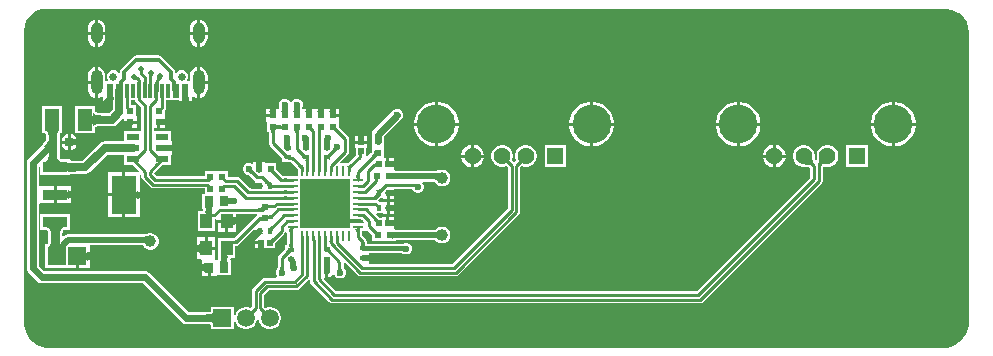
<source format=gtl>
G04*
G04 #@! TF.GenerationSoftware,Altium Limited,Altium Designer,23.5.1 (21)*
G04*
G04 Layer_Physical_Order=1*
G04 Layer_Color=255*
%FSLAX44Y44*%
%MOMM*%
G71*
G04*
G04 #@! TF.SameCoordinates,2BC34154-30F2-4EB8-A0CA-646768C512BA*
G04*
G04*
G04 #@! TF.FilePolarity,Positive*
G04*
G01*
G75*
%ADD12C,0.2540*%
%ADD13R,0.4000X0.5000*%
%ADD14R,0.5000X0.4000*%
%ADD15R,0.5000X0.6000*%
%ADD16R,0.6000X0.5000*%
%ADD17R,0.5153X0.4725*%
%ADD18R,0.4725X0.5153*%
%ADD19R,3.7000X3.7000*%
%ADD20R,0.9000X0.2800*%
%ADD21R,0.2800X0.9000*%
%ADD22R,0.7500X0.8500*%
%ADD23R,1.0500X1.3000*%
%ADD24R,1.3000X1.8500*%
%ADD25R,0.6000X0.5000*%
%ADD26R,0.3000X1.1500*%
%ADD27R,0.6000X1.1500*%
%ADD28R,1.1000X0.6000*%
%ADD29R,2.1500X0.9500*%
%ADD30R,2.1500X3.2500*%
%ADD31R,1.5781X1.5562*%
G04:AMPARAMS|DCode=32|XSize=0.76mm|YSize=0.6604mm|CornerRadius=0.0825mm|HoleSize=0mm|Usage=FLASHONLY|Rotation=90.000|XOffset=0mm|YOffset=0mm|HoleType=Round|Shape=RoundedRectangle|*
%AMROUNDEDRECTD32*
21,1,0.7600,0.4953,0,0,90.0*
21,1,0.5949,0.6604,0,0,90.0*
1,1,0.1651,0.2477,0.2975*
1,1,0.1651,0.2477,-0.2975*
1,1,0.1651,-0.2477,-0.2975*
1,1,0.1651,-0.2477,0.2975*
%
%ADD32ROUNDEDRECTD32*%
G04:AMPARAMS|DCode=43|XSize=1mm|YSize=1.8mm|CornerRadius=0.5mm|HoleSize=0mm|Usage=FLASHONLY|Rotation=180.000|XOffset=0mm|YOffset=0mm|HoleType=Round|Shape=RoundedRectangle|*
%AMROUNDEDRECTD43*
21,1,1.0000,0.8000,0,0,180.0*
21,1,0.0000,1.8000,0,0,180.0*
1,1,1.0000,0.0000,0.4000*
1,1,1.0000,0.0000,0.4000*
1,1,1.0000,0.0000,-0.4000*
1,1,1.0000,0.0000,-0.4000*
%
%ADD43ROUNDEDRECTD43*%
G04:AMPARAMS|DCode=44|XSize=1mm|YSize=2.1mm|CornerRadius=0.5mm|HoleSize=0mm|Usage=FLASHONLY|Rotation=180.000|XOffset=0mm|YOffset=0mm|HoleType=Round|Shape=RoundedRectangle|*
%AMROUNDEDRECTD44*
21,1,1.0000,1.1000,0,0,180.0*
21,1,0.0000,2.1000,0,0,180.0*
1,1,1.0000,0.0000,0.5500*
1,1,1.0000,0.0000,0.5500*
1,1,1.0000,0.0000,-0.5500*
1,1,1.0000,0.0000,-0.5500*
%
%ADD44ROUNDEDRECTD44*%
%ADD45C,0.6500*%
%ADD52C,0.2790*%
%ADD53C,0.5000*%
%ADD54C,0.2794*%
%ADD55C,0.6000*%
%ADD56C,0.3810*%
%ADD57C,0.7000*%
%ADD58C,0.5080*%
%ADD59C,0.7500*%
%ADD60C,0.3000*%
%ADD61R,1.4280X1.4280*%
%ADD62C,1.4280*%
%ADD63C,3.2760*%
%ADD64C,4.5000*%
%ADD65C,1.5000*%
%ADD66R,1.5000X1.5000*%
%ADD67C,0.6000*%
%ADD68C,1.0000*%
%ADD69C,0.5000*%
%ADD70C,1.2000*%
G36*
X974090Y1273810D02*
X976179Y1273770D01*
X980261Y1272876D01*
X984091Y1271204D01*
X987520Y1268816D01*
X990418Y1265805D01*
X992673Y1262287D01*
X994198Y1258396D01*
X994934Y1254283D01*
X994894Y1252194D01*
X994894Y1252194D01*
X994894Y1252194D01*
X994410Y1008380D01*
X994410Y1006254D01*
X993580Y1002082D01*
X991953Y998153D01*
X989590Y994617D01*
X986583Y991610D01*
X983047Y989247D01*
X979118Y987619D01*
X974946Y986790D01*
X972820Y986790D01*
X215900D01*
X213773Y986790D01*
X209602Y987620D01*
X205673Y989247D01*
X202137Y991610D01*
X199130Y994617D01*
X196767Y998153D01*
X195140Y1002082D01*
X194310Y1006254D01*
X194310Y1008380D01*
Y1253490D01*
Y1255491D01*
X195091Y1259417D01*
X196623Y1263115D01*
X198846Y1266443D01*
X201677Y1269273D01*
X205005Y1271497D01*
X208703Y1273029D01*
X212629Y1273810D01*
X214630D01*
X974090Y1273810D01*
D02*
G37*
%LPC*%
G36*
X257270Y1264426D02*
Y1254258D01*
X263605D01*
Y1256988D01*
X263346Y1258957D01*
X262586Y1260791D01*
X261378Y1262366D01*
X259803Y1263575D01*
X257968Y1264334D01*
X257270Y1264426D01*
D02*
G37*
G36*
X343670D02*
Y1254258D01*
X350005D01*
Y1256988D01*
X349746Y1258957D01*
X348986Y1260791D01*
X347778Y1262366D01*
X346203Y1263575D01*
X344368Y1264334D01*
X343670Y1264426D01*
D02*
G37*
G36*
X254730D02*
X254032Y1264334D01*
X252197Y1263575D01*
X250622Y1262366D01*
X249414Y1260791D01*
X248654Y1258957D01*
X248395Y1256988D01*
Y1254258D01*
X254730D01*
Y1264426D01*
D02*
G37*
G36*
X341130D02*
X340432Y1264334D01*
X338597Y1263575D01*
X337022Y1262366D01*
X335814Y1260791D01*
X335054Y1258957D01*
X334795Y1256988D01*
Y1254258D01*
X341130D01*
Y1264426D01*
D02*
G37*
G36*
X350005Y1251718D02*
X343670D01*
Y1241551D01*
X344368Y1241643D01*
X346203Y1242402D01*
X347778Y1243611D01*
X348986Y1245186D01*
X349746Y1247020D01*
X350005Y1248988D01*
Y1251718D01*
D02*
G37*
G36*
X263605D02*
X257270D01*
Y1241551D01*
X257968Y1241643D01*
X259803Y1242402D01*
X261378Y1243611D01*
X262586Y1245186D01*
X263346Y1247020D01*
X263605Y1248988D01*
Y1251718D01*
D02*
G37*
G36*
X341130D02*
X334795D01*
Y1248988D01*
X335054Y1247020D01*
X335814Y1245186D01*
X337022Y1243611D01*
X338597Y1242402D01*
X340432Y1241643D01*
X341130Y1241551D01*
Y1251718D01*
D02*
G37*
G36*
X254730D02*
X248395D01*
Y1248988D01*
X248654Y1247020D01*
X249414Y1245186D01*
X250622Y1243611D01*
X252197Y1242402D01*
X254032Y1241643D01*
X254730Y1241551D01*
Y1251718D01*
D02*
G37*
G36*
X308610Y1234199D02*
X289560D01*
X288194Y1233927D01*
X287037Y1233153D01*
X276877Y1222993D01*
X276103Y1221836D01*
X275831Y1220470D01*
Y1219741D01*
X275457Y1219540D01*
X274561Y1219352D01*
X273274Y1220639D01*
X271344Y1221439D01*
X269256D01*
X267326Y1220639D01*
X265849Y1219162D01*
X265050Y1217233D01*
Y1215144D01*
X265849Y1213215D01*
X265862Y1213202D01*
X265376Y1212028D01*
X263605D01*
Y1216689D01*
X263346Y1218657D01*
X262586Y1220491D01*
X261378Y1222066D01*
X259803Y1223275D01*
X257968Y1224034D01*
X257270Y1224126D01*
Y1211188D01*
Y1198251D01*
X257968Y1198343D01*
X259803Y1199102D01*
X260390Y1199553D01*
X261660Y1198927D01*
Y1195448D01*
X265930D01*
Y1203738D01*
X268470D01*
Y1195448D01*
X269592D01*
Y1188113D01*
X266917Y1185438D01*
X258251D01*
X257605Y1185495D01*
X256726Y1185640D01*
X256031Y1185827D01*
X255527Y1186032D01*
X255208Y1186226D01*
X255042Y1186379D01*
X254967Y1186492D01*
X254922Y1186619D01*
X254910Y1186732D01*
Y1191080D01*
X237910D01*
Y1168580D01*
X254910D01*
Y1172928D01*
X254922Y1173041D01*
X254967Y1173168D01*
X255042Y1173281D01*
X255208Y1173434D01*
X255527Y1173628D01*
X256031Y1173833D01*
X256726Y1174020D01*
X257605Y1174165D01*
X258251Y1174222D01*
X269240D01*
X271386Y1174649D01*
X273205Y1175865D01*
X277767Y1180426D01*
X278940Y1179940D01*
Y1178640D01*
X290020D01*
Y1182410D01*
X290020D01*
X289480Y1182870D01*
Y1191870D01*
X285008D01*
Y1195988D01*
X288793D01*
X288850Y1195704D01*
X289573Y1194622D01*
X294006Y1190189D01*
Y1170200D01*
X279200D01*
Y1161308D01*
X262890D01*
X260744Y1160881D01*
X258925Y1159665D01*
X244197Y1144938D01*
X236201D01*
X234650Y1145054D01*
X234016Y1145144D01*
X233940Y1145160D01*
Y1146080D01*
X231953D01*
X231910Y1146089D01*
X231866Y1146080D01*
X225962D01*
X225849Y1146092D01*
X225722Y1146137D01*
X225609Y1146212D01*
X225456Y1146378D01*
X225262Y1146697D01*
X225057Y1147201D01*
X224870Y1147896D01*
X224725Y1148775D01*
X224668Y1149421D01*
Y1160780D01*
Y1165435D01*
X224688Y1165981D01*
X224788Y1166889D01*
X224923Y1167644D01*
X225076Y1168209D01*
X225221Y1168567D01*
X225229Y1168580D01*
X226910D01*
Y1170563D01*
X226919Y1170606D01*
X226910Y1170650D01*
Y1191080D01*
X209910D01*
Y1168580D01*
X212152D01*
X212267Y1168568D01*
X212395Y1168522D01*
X212510Y1168445D01*
X212664Y1168278D01*
X212858Y1167959D01*
X213063Y1167455D01*
X213250Y1166760D01*
X213396Y1165882D01*
X213452Y1165237D01*
Y1163196D01*
X213296Y1162810D01*
X213012Y1162228D01*
X212672Y1161631D01*
X212274Y1161018D01*
X211832Y1160411D01*
X211026Y1159458D01*
X198325Y1146757D01*
X197220Y1145103D01*
X196832Y1143152D01*
Y1054100D01*
X197220Y1052149D01*
X198325Y1050495D01*
X205945Y1042875D01*
X207599Y1041770D01*
X209550Y1041382D01*
X295068D01*
X328285Y1008165D01*
X329939Y1007060D01*
X331890Y1006672D01*
X350505D01*
X351035Y1006626D01*
X351764Y1006505D01*
X352329Y1006353D01*
X352723Y1006193D01*
X352952Y1006054D01*
X353048Y1005965D01*
X353073Y1005927D01*
X353088Y1005886D01*
X353090Y1005868D01*
Y1002270D01*
X372090D01*
Y1009345D01*
X373360Y1009512D01*
X373737Y1008103D01*
X374988Y1005937D01*
X376757Y1004168D01*
X378923Y1002917D01*
X381339Y1002270D01*
X383841D01*
X386257Y1002917D01*
X388423Y1004168D01*
X390192Y1005937D01*
X391442Y1008103D01*
X391933Y1009932D01*
X393247D01*
X393737Y1008103D01*
X394988Y1005937D01*
X396757Y1004168D01*
X398923Y1002917D01*
X401339Y1002270D01*
X403841D01*
X406257Y1002917D01*
X408423Y1004168D01*
X410192Y1005937D01*
X411443Y1008103D01*
X412090Y1010519D01*
Y1013021D01*
X411443Y1015437D01*
X410192Y1017603D01*
X408423Y1019372D01*
X406257Y1020623D01*
X403841Y1021270D01*
X401339D01*
X398923Y1020623D01*
X398815Y1020560D01*
X397829Y1021341D01*
Y1031616D01*
X401739Y1035526D01*
X425229D01*
X426505Y1035780D01*
X427586Y1036503D01*
X435585Y1044501D01*
X436855Y1043975D01*
Y1042863D01*
X437109Y1041587D01*
X437832Y1040505D01*
X453264Y1025072D01*
X454346Y1024350D01*
X455622Y1024096D01*
X767080D01*
X768356Y1024350D01*
X769437Y1025072D01*
X869768Y1125403D01*
X870490Y1126484D01*
X870744Y1127760D01*
Y1139770D01*
X870814Y1139801D01*
X871112Y1139896D01*
X871436Y1139962D01*
X871793Y1139999D01*
X872187Y1140002D01*
X872622Y1139968D01*
X873170Y1139881D01*
X873211Y1139882D01*
X873667Y1139760D01*
X876073D01*
X878398Y1140383D01*
X880482Y1141586D01*
X882184Y1143288D01*
X883387Y1145372D01*
X884010Y1147697D01*
Y1150103D01*
X883387Y1152428D01*
X882184Y1154512D01*
X880482Y1156214D01*
X878398Y1157417D01*
X876073Y1158040D01*
X873667D01*
X871342Y1157417D01*
X869258Y1156214D01*
X867556Y1154512D01*
X866353Y1152428D01*
X865730Y1150103D01*
Y1147697D01*
X865852Y1147241D01*
X865851Y1147200D01*
X865938Y1146652D01*
X865972Y1146217D01*
X865969Y1145823D01*
X865939Y1145533D01*
X865631Y1145312D01*
X865625Y1145309D01*
X865067Y1145414D01*
X864206Y1146012D01*
X864174Y1146226D01*
X864056Y1147899D01*
X864049Y1148845D01*
X864010Y1149032D01*
Y1150103D01*
X863387Y1152428D01*
X862184Y1154512D01*
X860482Y1156214D01*
X858398Y1157417D01*
X856073Y1158040D01*
X853667D01*
X851342Y1157417D01*
X849258Y1156214D01*
X847556Y1154512D01*
X846353Y1152428D01*
X845730Y1150103D01*
Y1147697D01*
X846353Y1145372D01*
X847556Y1143288D01*
X849258Y1141586D01*
X851342Y1140383D01*
X853667Y1139760D01*
X854718D01*
X854885Y1139722D01*
X856769Y1139670D01*
X857521Y1139599D01*
X858208Y1139497D01*
X858811Y1139369D01*
X859325Y1139219D01*
X859750Y1139056D01*
X860086Y1138886D01*
X860266Y1138767D01*
Y1130719D01*
X764121Y1034574D01*
X458581D01*
X448148Y1045007D01*
X448220Y1045322D01*
X449685Y1046079D01*
Y1051560D01*
X452225D01*
Y1046090D01*
X454093Y1046863D01*
X455652Y1048422D01*
X456012Y1049291D01*
X456888Y1049294D01*
X457334Y1049165D01*
X458041Y1047458D01*
X459448Y1046051D01*
X461285Y1045290D01*
X463275D01*
X465112Y1046051D01*
X466519Y1047458D01*
X467280Y1049295D01*
Y1051285D01*
X466519Y1053122D01*
X465138Y1054503D01*
X465127Y1054572D01*
Y1058023D01*
X466397Y1058549D01*
X477014Y1047933D01*
X478096Y1047210D01*
X479372Y1046956D01*
X560070D01*
X561346Y1047210D01*
X562427Y1047933D01*
X613722Y1099228D01*
X614445Y1100309D01*
X614699Y1101585D01*
Y1139424D01*
X615758Y1140483D01*
X615932Y1140383D01*
X618257Y1139760D01*
X620663D01*
X622988Y1140383D01*
X625072Y1141586D01*
X626774Y1143288D01*
X627977Y1145372D01*
X628600Y1147697D01*
Y1150103D01*
X627977Y1152428D01*
X626774Y1154512D01*
X625072Y1156214D01*
X622988Y1157417D01*
X620663Y1158040D01*
X618257D01*
X615932Y1157417D01*
X613848Y1156214D01*
X612146Y1154512D01*
X610943Y1152428D01*
X610320Y1150103D01*
Y1147697D01*
X610943Y1145372D01*
X611043Y1145198D01*
X609460Y1143615D01*
X607877Y1145198D01*
X607977Y1145372D01*
X608600Y1147697D01*
Y1150103D01*
X607977Y1152428D01*
X606774Y1154512D01*
X605072Y1156214D01*
X602988Y1157417D01*
X600663Y1158040D01*
X598257D01*
X595932Y1157417D01*
X593848Y1156214D01*
X592146Y1154512D01*
X590943Y1152428D01*
X590320Y1150103D01*
Y1147697D01*
X590943Y1145372D01*
X592146Y1143288D01*
X593848Y1141586D01*
X595932Y1140383D01*
X598257Y1139760D01*
X600663D01*
X602988Y1140383D01*
X603162Y1140483D01*
X604221Y1139424D01*
Y1104544D01*
X557111Y1057434D01*
X487298D01*
X486370Y1058260D01*
Y1061530D01*
X481330D01*
Y1064070D01*
X486370D01*
Y1066818D01*
X514880D01*
X515328Y1066371D01*
X517165Y1065610D01*
X519155D01*
X520992Y1066371D01*
X522399Y1067778D01*
X523160Y1069615D01*
Y1071605D01*
X522399Y1073442D01*
X520992Y1074849D01*
X519155Y1075610D01*
X517165D01*
X515328Y1074849D01*
X515270Y1074791D01*
X515111Y1074781D01*
X485830D01*
Y1074800D01*
X484809D01*
X484794Y1074957D01*
Y1076284D01*
X484530Y1077609D01*
X483779Y1078733D01*
X480574Y1081938D01*
Y1085148D01*
X480588Y1085308D01*
X480588Y1085310D01*
X483610D01*
Y1085769D01*
X484880Y1086295D01*
X489530Y1081645D01*
Y1077040D01*
X498340D01*
X498530Y1077040D01*
X499610D01*
X499800Y1077040D01*
X506536D01*
X506580Y1077031D01*
X506623Y1077040D01*
X508610D01*
Y1077366D01*
X509986Y1077452D01*
X542324D01*
X542543Y1077428D01*
X542854Y1077378D01*
X543112Y1077319D01*
X543315Y1077256D01*
X543462Y1077197D01*
X543555Y1077148D01*
X543600Y1077118D01*
X543716Y1077015D01*
X543836Y1076944D01*
X544342Y1076439D01*
X545938Y1075517D01*
X547718Y1075040D01*
X549562D01*
X551342Y1075517D01*
X552938Y1076439D01*
X554241Y1077742D01*
X555163Y1079338D01*
X555640Y1081118D01*
Y1082962D01*
X555163Y1084742D01*
X554241Y1086338D01*
X552938Y1087641D01*
X551342Y1088563D01*
X549562Y1089040D01*
X547718D01*
X545938Y1088563D01*
X544342Y1087641D01*
X543836Y1087136D01*
X543716Y1087065D01*
X543600Y1086962D01*
X543555Y1086932D01*
X543462Y1086883D01*
X543315Y1086824D01*
X543112Y1086761D01*
X542854Y1086702D01*
X542567Y1086656D01*
X542235Y1086628D01*
X509810D01*
X508610Y1087040D01*
X507852Y1087996D01*
X507852Y1088310D01*
Y1091159D01*
X502736D01*
Y1092429D01*
X501466D01*
Y1097331D01*
X497619D01*
Y1096791D01*
X495791D01*
X495587Y1096934D01*
X494827Y1097578D01*
X492819Y1099587D01*
X493305Y1100760D01*
X498410D01*
Y1100220D01*
X501680D01*
Y1105260D01*
Y1110300D01*
X498410D01*
Y1109760D01*
X495845D01*
X494448Y1111158D01*
X494399Y1111654D01*
X495278Y1112533D01*
X495863Y1113034D01*
X495952Y1113100D01*
X498410D01*
Y1112560D01*
X501680D01*
Y1117600D01*
X502950D01*
Y1118870D01*
X507490D01*
Y1121173D01*
X523532D01*
X524081Y1119848D01*
X525488Y1118441D01*
X527325Y1117680D01*
X529315D01*
X531152Y1118441D01*
X532559Y1119848D01*
X533320Y1121685D01*
Y1123675D01*
X532559Y1125512D01*
X531999Y1126072D01*
X532525Y1127342D01*
X541591D01*
X541838Y1127307D01*
X542079Y1127254D01*
X542249Y1127200D01*
X542344Y1127159D01*
X542367Y1127118D01*
X542442Y1127035D01*
X543039Y1126002D01*
X544342Y1124699D01*
X545938Y1123777D01*
X547718Y1123300D01*
X549562D01*
X551342Y1123777D01*
X552938Y1124699D01*
X554241Y1126002D01*
X555163Y1127598D01*
X555640Y1129378D01*
Y1131222D01*
X555163Y1133002D01*
X554241Y1134598D01*
X552938Y1135901D01*
X551342Y1136823D01*
X549562Y1137300D01*
X547718D01*
X545938Y1136823D01*
X545763Y1136722D01*
X542499Y1136518D01*
X509074D01*
X508854Y1136529D01*
X508450Y1136790D01*
Y1136930D01*
X507852Y1137176D01*
Y1140808D01*
X502736D01*
Y1142078D01*
X501466D01*
Y1146981D01*
X500130D01*
X499030Y1147390D01*
Y1156200D01*
X499030Y1156390D01*
Y1157470D01*
X499030Y1157660D01*
Y1161478D01*
X499128Y1161970D01*
Y1165018D01*
X514195Y1180085D01*
X514474Y1180503D01*
X514829Y1180858D01*
X515021Y1181322D01*
X515300Y1181739D01*
X515398Y1182232D01*
X515590Y1182696D01*
Y1183198D01*
X515688Y1183690D01*
X515590Y1184183D01*
Y1184685D01*
X515398Y1185149D01*
X515300Y1185641D01*
X515021Y1186059D01*
X514829Y1186522D01*
X514474Y1186878D01*
X514195Y1187295D01*
X513778Y1187574D01*
X513422Y1187929D01*
X512958Y1188121D01*
X512541Y1188400D01*
X512049Y1188498D01*
X511585Y1188690D01*
X511083D01*
X510590Y1188788D01*
X510098Y1188690D01*
X509596D01*
X509132Y1188498D01*
X508639Y1188400D01*
X508222Y1188121D01*
X507758Y1187929D01*
X507403Y1187574D01*
X506985Y1187295D01*
X490425Y1170735D01*
X489320Y1169081D01*
X488932Y1167130D01*
Y1161970D01*
X489030Y1161478D01*
Y1157660D01*
X489030Y1157470D01*
Y1156390D01*
X489030Y1156200D01*
Y1152459D01*
X488901Y1152275D01*
X488248Y1151507D01*
X485402Y1148661D01*
X484132Y1149187D01*
X484132Y1149688D01*
Y1155639D01*
X484672D01*
Y1159486D01*
X479770D01*
X474868D01*
Y1155639D01*
X475408D01*
Y1150668D01*
X475399Y1150622D01*
X475408Y1150580D01*
Y1149413D01*
X469521Y1143526D01*
X469359Y1143377D01*
X469123Y1143188D01*
X468895Y1143026D01*
X468695Y1142902D01*
X468529Y1142816D01*
X468399Y1142762D01*
X468309Y1142734D01*
X468258Y1142724D01*
X468108Y1142714D01*
X468091Y1142710D01*
X462992D01*
X462506Y1143883D01*
X464345Y1145722D01*
X464346Y1145723D01*
X468908Y1150285D01*
X469630Y1151366D01*
X469884Y1152642D01*
Y1163440D01*
X469630Y1164716D01*
X468908Y1165798D01*
X461707Y1172998D01*
X461307Y1173429D01*
X461037Y1173766D01*
X460930Y1173920D01*
Y1174639D01*
X460939Y1174683D01*
X460930Y1174726D01*
X460930Y1177554D01*
X461470Y1178600D01*
X461470Y1179106D01*
Y1182370D01*
X455930D01*
Y1183640D01*
X454660D01*
Y1186109D01*
X452961D01*
X453050Y1186160D01*
X453130Y1186310D01*
X453200Y1186560D01*
X453261Y1186909D01*
X453313Y1187359D01*
X453379Y1188680D01*
X448367D01*
X448500Y1186560D01*
X448571Y1186310D01*
X448650Y1186160D01*
X448740Y1186109D01*
X447040D01*
Y1183640D01*
X444500D01*
Y1186109D01*
X442800D01*
X442890Y1186160D01*
X442970Y1186310D01*
X443040Y1186560D01*
X443101Y1186909D01*
X443153Y1187359D01*
X443219Y1188680D01*
X438207D01*
X438340Y1186560D01*
X438410Y1186310D01*
X438490Y1186160D01*
X438579Y1186109D01*
X436880D01*
Y1183640D01*
X434340D01*
Y1186109D01*
X432640D01*
X432730Y1186160D01*
X432809Y1186310D01*
X432880Y1186560D01*
X432941Y1186909D01*
X432993Y1187359D01*
X433059Y1188680D01*
X430085D01*
X430038Y1189436D01*
Y1190541D01*
X430450Y1191535D01*
Y1193525D01*
X429689Y1195362D01*
X428282Y1196769D01*
X426445Y1197530D01*
X424455D01*
X422618Y1196769D01*
X421211Y1195362D01*
X421057Y1194991D01*
X419683D01*
X419529Y1195362D01*
X418122Y1196769D01*
X416285Y1197530D01*
X414295D01*
X412458Y1196769D01*
X411051Y1195362D01*
X410290Y1193525D01*
Y1191535D01*
X410702Y1190541D01*
Y1189937D01*
X410670Y1188680D01*
X407727D01*
X407860Y1186560D01*
X407930Y1186310D01*
X408010Y1186160D01*
X408100Y1186109D01*
X406400D01*
Y1183640D01*
X405130D01*
Y1182370D01*
X399590D01*
Y1178600D01*
X400130Y1177554D01*
X400130Y1177330D01*
Y1169060D01*
X401796D01*
Y1160090D01*
X402050Y1158814D01*
X402772Y1157732D01*
X412564Y1147941D01*
X412961Y1147514D01*
X413236Y1147173D01*
X413330Y1147038D01*
Y1143890D01*
X418238D01*
X418560Y1143826D01*
X420379D01*
X425423Y1138782D01*
X425798Y1138377D01*
X426059Y1138050D01*
X426210Y1137834D01*
Y1132110D01*
X417684D01*
X417640Y1132119D01*
X417601Y1132111D01*
X417561Y1132117D01*
X417379Y1132110D01*
X415610D01*
Y1132044D01*
X413911D01*
X409057Y1136898D01*
X408657Y1137329D01*
X408387Y1137666D01*
X408280Y1137820D01*
Y1138539D01*
X408289Y1138583D01*
X408280Y1138626D01*
Y1142960D01*
X399280D01*
X398740Y1143500D01*
Y1143500D01*
X394970D01*
Y1137960D01*
X392430D01*
Y1143500D01*
X388660D01*
Y1142800D01*
X387390Y1142263D01*
X385805Y1142920D01*
X383815D01*
X381978Y1142159D01*
X380571Y1140752D01*
X379810Y1138915D01*
Y1136925D01*
X380571Y1135088D01*
X381978Y1133681D01*
X383815Y1132920D01*
X384296D01*
X384343Y1132904D01*
X384430Y1132893D01*
X384454Y1132885D01*
X384506Y1132863D01*
X384581Y1132822D01*
X384681Y1132760D01*
X384780Y1132690D01*
X384907Y1132583D01*
X389062Y1128428D01*
X390185Y1127678D01*
X390240Y1127667D01*
Y1125220D01*
X394780D01*
Y1122680D01*
X390240D01*
Y1122044D01*
X385802D01*
X377729Y1130117D01*
X376647Y1130840D01*
X375371Y1131094D01*
X366976D01*
Y1136508D01*
X357976D01*
Y1136508D01*
X356976D01*
Y1136508D01*
X347976D01*
Y1131904D01*
X307064D01*
X304592Y1134377D01*
X310599Y1140383D01*
X310734Y1140499D01*
X310993Y1140695D01*
X311236Y1140855D01*
X311461Y1140980D01*
X311667Y1141075D01*
X311854Y1141142D01*
X312026Y1141186D01*
X312115Y1141200D01*
X319200D01*
Y1150160D01*
X319740D01*
Y1153103D01*
X317620Y1152970D01*
X317370Y1152899D01*
X317220Y1152820D01*
X317170Y1152730D01*
Y1154430D01*
X311700D01*
Y1156970D01*
X317170D01*
Y1158670D01*
X317220Y1158580D01*
X317370Y1158501D01*
X317620Y1158430D01*
X317970Y1158369D01*
X318420Y1158317D01*
X319740Y1158251D01*
Y1161240D01*
X319200D01*
Y1170200D01*
X304484D01*
Y1172330D01*
X307340D01*
Y1177370D01*
X308610D01*
Y1178640D01*
X314150D01*
Y1182410D01*
X314150D01*
X313610Y1182870D01*
Y1187655D01*
X313827Y1187872D01*
X314550Y1188954D01*
X314804Y1190230D01*
Y1195988D01*
X325660D01*
Y1195448D01*
X329930D01*
Y1203738D01*
X332470D01*
Y1195448D01*
X336740D01*
Y1198927D01*
X338010Y1199553D01*
X338597Y1199102D01*
X340432Y1198343D01*
X341130Y1198251D01*
Y1211188D01*
Y1224126D01*
X340432Y1224034D01*
X338597Y1223275D01*
X337022Y1222066D01*
X335814Y1220491D01*
X335054Y1218657D01*
X334795Y1216689D01*
Y1212028D01*
X333024D01*
X332538Y1213202D01*
X332551Y1213215D01*
X333350Y1215144D01*
Y1217233D01*
X332551Y1219162D01*
X331074Y1220639D01*
X329144Y1221439D01*
X327056D01*
X325126Y1220639D01*
X323649Y1219162D01*
X323609Y1219064D01*
X322339Y1219317D01*
Y1220470D01*
X322067Y1221836D01*
X321293Y1222993D01*
X311133Y1233153D01*
X309976Y1233927D01*
X308610Y1234199D01*
D02*
G37*
G36*
X343670Y1224126D02*
Y1212458D01*
X350005D01*
Y1216689D01*
X349746Y1218657D01*
X348986Y1220491D01*
X347778Y1222066D01*
X346203Y1223275D01*
X344368Y1224034D01*
X343670Y1224126D01*
D02*
G37*
G36*
X254730D02*
X254032Y1224034D01*
X252197Y1223275D01*
X250622Y1222066D01*
X249414Y1220491D01*
X248654Y1218657D01*
X248395Y1216689D01*
Y1212458D01*
X254730D01*
Y1224126D01*
D02*
G37*
G36*
X350005Y1209918D02*
X343670D01*
Y1198251D01*
X344368Y1198343D01*
X346203Y1199102D01*
X347778Y1200311D01*
X348986Y1201886D01*
X349746Y1203720D01*
X350005Y1205688D01*
Y1209918D01*
D02*
G37*
G36*
X254730D02*
X248395D01*
Y1205688D01*
X248654Y1203720D01*
X249414Y1201886D01*
X250622Y1200311D01*
X252197Y1199102D01*
X254032Y1198343D01*
X254730Y1198251D01*
Y1209918D01*
D02*
G37*
G36*
X461470Y1188680D02*
X458527D01*
X458660Y1186560D01*
X458731Y1186310D01*
X458810Y1186160D01*
X458899Y1186109D01*
X457200D01*
Y1184910D01*
X461470D01*
Y1188680D01*
D02*
G37*
G36*
X402579D02*
X399590D01*
Y1184910D01*
X403860D01*
Y1186109D01*
X402160D01*
X402250Y1186160D01*
X402329Y1186310D01*
X402400Y1186560D01*
X402461Y1186909D01*
X402513Y1187359D01*
X402579Y1188680D01*
D02*
G37*
G36*
X932433Y1194920D02*
X931840D01*
Y1177270D01*
X949490D01*
Y1177863D01*
X948763Y1181519D01*
X947337Y1184962D01*
X945266Y1188061D01*
X942631Y1190696D01*
X939532Y1192767D01*
X936089Y1194193D01*
X932433Y1194920D01*
D02*
G37*
G36*
X801033D02*
X800440D01*
Y1177270D01*
X818090D01*
Y1177863D01*
X817363Y1181519D01*
X815937Y1184962D01*
X813866Y1188061D01*
X811231Y1190696D01*
X808132Y1192767D01*
X804689Y1194193D01*
X801033Y1194920D01*
D02*
G37*
G36*
X677023D02*
X676430D01*
Y1177270D01*
X694080D01*
Y1177863D01*
X693353Y1181519D01*
X691927Y1184962D01*
X689856Y1188061D01*
X687221Y1190696D01*
X684122Y1192767D01*
X680679Y1194193D01*
X677023Y1194920D01*
D02*
G37*
G36*
X545623D02*
X545030D01*
Y1177270D01*
X562680D01*
Y1177863D01*
X561953Y1181519D01*
X560527Y1184962D01*
X558456Y1188061D01*
X555821Y1190696D01*
X552722Y1192767D01*
X549279Y1194193D01*
X545623Y1194920D01*
D02*
G37*
G36*
X797900D02*
X797307D01*
X793651Y1194193D01*
X790208Y1192767D01*
X787109Y1190696D01*
X784474Y1188061D01*
X782403Y1184962D01*
X780977Y1181519D01*
X780250Y1177863D01*
Y1177270D01*
X797900D01*
Y1194920D01*
D02*
G37*
G36*
X673890D02*
X673297D01*
X669641Y1194193D01*
X666198Y1192767D01*
X663099Y1190696D01*
X660464Y1188061D01*
X658393Y1184962D01*
X656967Y1181519D01*
X656240Y1177863D01*
Y1177270D01*
X673890D01*
Y1194920D01*
D02*
G37*
G36*
X542490D02*
X541897D01*
X538241Y1194193D01*
X534798Y1192767D01*
X531699Y1190696D01*
X529064Y1188061D01*
X526993Y1184962D01*
X525567Y1181519D01*
X524840Y1177863D01*
Y1177270D01*
X542490D01*
Y1194920D01*
D02*
G37*
G36*
X929300D02*
X928707D01*
X925051Y1194193D01*
X921608Y1192767D01*
X918509Y1190696D01*
X915874Y1188061D01*
X913803Y1184962D01*
X912377Y1181519D01*
X911650Y1177863D01*
Y1177270D01*
X929300D01*
Y1194920D01*
D02*
G37*
G36*
X314150Y1176100D02*
X309880D01*
Y1172330D01*
X314150D01*
Y1176100D01*
D02*
G37*
G36*
X290020D02*
X285750D01*
Y1172330D01*
X290020D01*
Y1176100D01*
D02*
G37*
G36*
X283210D02*
X278940D01*
Y1172330D01*
X283210D01*
Y1176100D01*
D02*
G37*
G36*
X235536Y1167186D02*
X234330D01*
Y1162050D01*
X236110D01*
Y1164328D01*
X236288Y1164129D01*
X236543Y1163951D01*
X236875Y1163793D01*
X237284Y1163657D01*
X237769Y1163542D01*
X238331Y1163448D01*
X238968Y1163389D01*
Y1163755D01*
X238707Y1165068D01*
X237963Y1166181D01*
X236850Y1166925D01*
X235536Y1167186D01*
D02*
G37*
G36*
X231790D02*
X230583D01*
X229270Y1166925D01*
X228157Y1166181D01*
X227413Y1165068D01*
X227152Y1163755D01*
Y1162050D01*
X231790D01*
Y1167186D01*
D02*
G37*
G36*
X484672Y1165872D02*
X481040D01*
Y1162026D01*
X484672D01*
Y1165872D01*
D02*
G37*
G36*
X478500D02*
X474868D01*
Y1162026D01*
X478500D01*
Y1165872D01*
D02*
G37*
G36*
X949490Y1174730D02*
X931840D01*
Y1157080D01*
X932433D01*
X936089Y1157807D01*
X939532Y1159233D01*
X942631Y1161304D01*
X945266Y1163939D01*
X947337Y1167038D01*
X948763Y1170481D01*
X949490Y1174137D01*
Y1174730D01*
D02*
G37*
G36*
X929300D02*
X911650D01*
Y1174137D01*
X912377Y1170481D01*
X913803Y1167038D01*
X915874Y1163939D01*
X918509Y1161304D01*
X921608Y1159233D01*
X925051Y1157807D01*
X928707Y1157080D01*
X929300D01*
Y1174730D01*
D02*
G37*
G36*
X818090D02*
X800440D01*
Y1157080D01*
X801033D01*
X804689Y1157807D01*
X808132Y1159233D01*
X811231Y1161304D01*
X813866Y1163939D01*
X815937Y1167038D01*
X817363Y1170481D01*
X818090Y1174137D01*
Y1174730D01*
D02*
G37*
G36*
X797900D02*
X780250D01*
Y1174137D01*
X780977Y1170481D01*
X782403Y1167038D01*
X784474Y1163939D01*
X787109Y1161304D01*
X790208Y1159233D01*
X793651Y1157807D01*
X797307Y1157080D01*
X797900D01*
Y1174730D01*
D02*
G37*
G36*
X694080D02*
X676430D01*
Y1157080D01*
X677023D01*
X680679Y1157807D01*
X684122Y1159233D01*
X687221Y1161304D01*
X689856Y1163939D01*
X691927Y1167038D01*
X693353Y1170481D01*
X694080Y1174137D01*
Y1174730D01*
D02*
G37*
G36*
X673890D02*
X656240D01*
Y1174137D01*
X656967Y1170481D01*
X658393Y1167038D01*
X660464Y1163939D01*
X663099Y1161304D01*
X666198Y1159233D01*
X669641Y1157807D01*
X673297Y1157080D01*
X673890D01*
Y1174730D01*
D02*
G37*
G36*
X562680D02*
X545030D01*
Y1157080D01*
X545623D01*
X549279Y1157807D01*
X552722Y1159233D01*
X555821Y1161304D01*
X558456Y1163939D01*
X560527Y1167038D01*
X561953Y1170481D01*
X562680Y1174137D01*
Y1174730D01*
D02*
G37*
G36*
X542490D02*
X524840D01*
Y1174137D01*
X525567Y1170481D01*
X526993Y1167038D01*
X529064Y1163939D01*
X531699Y1161304D01*
X534798Y1159233D01*
X538241Y1157807D01*
X541897Y1157080D01*
X542490D01*
Y1174730D01*
D02*
G37*
G36*
X236110Y1159510D02*
X234330D01*
Y1154374D01*
X235536D01*
X236850Y1154635D01*
X237963Y1155379D01*
X238707Y1156492D01*
X238968Y1157805D01*
Y1158159D01*
X238331Y1158112D01*
X237769Y1158018D01*
X237284Y1157903D01*
X236875Y1157767D01*
X236543Y1157609D01*
X236288Y1157431D01*
X236110Y1157232D01*
Y1159510D01*
D02*
G37*
G36*
X231790D02*
X227152D01*
Y1157805D01*
X227413Y1156492D01*
X228157Y1155379D01*
X229270Y1154635D01*
X230583Y1154374D01*
X231790D01*
Y1159510D01*
D02*
G37*
G36*
X831144Y1158580D02*
X831140D01*
Y1150170D01*
X839550D01*
Y1150174D01*
X838890Y1152636D01*
X837616Y1154844D01*
X835814Y1156646D01*
X833606Y1157920D01*
X831144Y1158580D01*
D02*
G37*
G36*
X575734D02*
X575730D01*
Y1150170D01*
X584140D01*
Y1150174D01*
X583480Y1152636D01*
X582206Y1154844D01*
X580404Y1156646D01*
X578196Y1157920D01*
X575734Y1158580D01*
D02*
G37*
G36*
X828600D02*
X828596D01*
X826134Y1157920D01*
X823926Y1156646D01*
X822124Y1154844D01*
X820850Y1152636D01*
X820190Y1150174D01*
Y1150170D01*
X828600D01*
Y1158580D01*
D02*
G37*
G36*
X573190D02*
X573186D01*
X570724Y1157920D01*
X568516Y1156646D01*
X566714Y1154844D01*
X565440Y1152636D01*
X564780Y1150174D01*
Y1150170D01*
X573190D01*
Y1158580D01*
D02*
G37*
G36*
X507852Y1146981D02*
X504006D01*
Y1143348D01*
X507852D01*
Y1146981D01*
D02*
G37*
G36*
X909010Y1158040D02*
X890730D01*
Y1139760D01*
X909010D01*
Y1158040D01*
D02*
G37*
G36*
X653600D02*
X635320D01*
Y1139760D01*
X653600D01*
Y1158040D01*
D02*
G37*
G36*
X839550Y1147630D02*
X831140D01*
Y1139220D01*
X831144D01*
X833606Y1139880D01*
X835814Y1141154D01*
X837616Y1142956D01*
X838890Y1145164D01*
X839550Y1147626D01*
Y1147630D01*
D02*
G37*
G36*
X828600D02*
X820190D01*
Y1147626D01*
X820850Y1145164D01*
X822124Y1142956D01*
X823926Y1141154D01*
X826134Y1139880D01*
X828596Y1139220D01*
X828600D01*
Y1147630D01*
D02*
G37*
G36*
X584140D02*
X575730D01*
Y1139220D01*
X575734D01*
X578196Y1139880D01*
X580404Y1141154D01*
X582206Y1142956D01*
X583480Y1145164D01*
X584140Y1147626D01*
Y1147630D01*
D02*
G37*
G36*
X573190D02*
X564780D01*
Y1147626D01*
X565440Y1145164D01*
X566714Y1142956D01*
X568516Y1141154D01*
X570724Y1139880D01*
X573186Y1139220D01*
X573190D01*
Y1147630D01*
D02*
G37*
G36*
X507490Y1116330D02*
X504220D01*
Y1112560D01*
X507490D01*
Y1116330D01*
D02*
G37*
G36*
Y1110300D02*
X504220D01*
Y1106530D01*
X507490D01*
Y1110300D01*
D02*
G37*
G36*
Y1103990D02*
X504220D01*
Y1100220D01*
X507490D01*
Y1103990D01*
D02*
G37*
G36*
X507852Y1097331D02*
X504006D01*
Y1093699D01*
X507852D01*
Y1097331D01*
D02*
G37*
%LPD*%
G36*
X295584Y1221296D02*
X295531Y1221176D01*
X295484Y1221037D01*
X295443Y1220879D01*
X295408Y1220702D01*
X295358Y1220289D01*
X295342Y1220054D01*
X295330Y1219526D01*
X292790Y1218951D01*
X292784Y1219221D01*
X292737Y1219699D01*
X292696Y1219908D01*
X292644Y1220097D01*
X292580Y1220266D01*
X292504Y1220414D01*
X292417Y1220542D01*
X292317Y1220650D01*
X292207Y1220737D01*
X295644Y1221396D01*
X295584Y1221296D01*
D02*
G37*
G36*
X303523Y1217218D02*
X303418Y1217121D01*
X303324Y1217002D01*
X303241Y1216859D01*
X303169Y1216694D01*
X303108Y1216505D01*
X303058Y1216294D01*
X303020Y1216059D01*
X302992Y1215802D01*
X302970Y1215218D01*
X300430D01*
X300426Y1215592D01*
X300335Y1216794D01*
X300293Y1217022D01*
X300243Y1217220D01*
X300186Y1217388D01*
X300121Y1217528D01*
X300048Y1217637D01*
X303523Y1217218D01*
D02*
G37*
G36*
X310346Y1213860D02*
X310233Y1213831D01*
X310111Y1213785D01*
X309979Y1213720D01*
X309838Y1213637D01*
X309689Y1213536D01*
X309361Y1213279D01*
X309184Y1213124D01*
X308801Y1212760D01*
X306599Y1214150D01*
X306786Y1214344D01*
X307091Y1214716D01*
X307210Y1214892D01*
X307306Y1215063D01*
X307380Y1215227D01*
X307431Y1215386D01*
X307460Y1215538D01*
X307466Y1215685D01*
X307449Y1215825D01*
X310346Y1213860D01*
D02*
G37*
G36*
X323203Y1210872D02*
X323261Y1209894D01*
X323289Y1209737D01*
X323321Y1209615D01*
X323358Y1209528D01*
X323399Y1209475D01*
X323446Y1209458D01*
X320230D01*
X320225Y1209475D01*
X320219Y1209528D01*
X320211Y1209737D01*
X320200Y1211204D01*
X323200D01*
X323203Y1210872D01*
D02*
G37*
G36*
X308169Y1209458D02*
X305231D01*
X305312Y1209483D01*
X305385Y1209560D01*
X305450Y1209687D01*
X305505Y1209864D01*
X305553Y1210093D01*
X305591Y1210372D01*
X305643Y1211084D01*
X305660Y1211998D01*
X308200D01*
X308169Y1209458D01*
D02*
G37*
G36*
X302972Y1211515D02*
X303098Y1209560D01*
X303132Y1209483D01*
X303169Y1209458D01*
X300231D01*
X300268Y1209483D01*
X300302Y1209560D01*
X300332Y1209687D01*
X300358Y1209864D01*
X300398Y1210372D01*
X300430Y1211998D01*
X302970D01*
X302972Y1211515D01*
D02*
G37*
G36*
X297972D02*
X298098Y1209560D01*
X298132Y1209483D01*
X298169Y1209458D01*
X295231D01*
X295268Y1209483D01*
X295302Y1209560D01*
X295332Y1209687D01*
X295358Y1209864D01*
X295398Y1210372D01*
X295430Y1211998D01*
X297970D01*
X297972Y1211515D01*
D02*
G37*
G36*
X292972D02*
X293098Y1209560D01*
X293132Y1209483D01*
X293169Y1209458D01*
X290231D01*
X290268Y1209483D01*
X290302Y1209560D01*
X290332Y1209687D01*
X290358Y1209864D01*
X290398Y1210372D01*
X290430Y1211998D01*
X292970D01*
X292972Y1211515D01*
D02*
G37*
G36*
X278169Y1209458D02*
X274954D01*
X275001Y1209475D01*
X275042Y1209528D01*
X275079Y1209615D01*
X275111Y1209737D01*
X275138Y1209894D01*
X275161Y1210087D01*
X275190Y1210575D01*
X275200Y1211204D01*
X278200D01*
X278169Y1209458D01*
D02*
G37*
G36*
X313088Y1197993D02*
X313015Y1197917D01*
X312950Y1197790D01*
X312895Y1197613D01*
X312847Y1197384D01*
X312809Y1197104D01*
X312757Y1196393D01*
X312740Y1195479D01*
X310200D01*
X310231Y1198019D01*
X313169D01*
X313088Y1197993D01*
D02*
G37*
G36*
X427955Y1190079D02*
X428180Y1186479D01*
X428251Y1186229D01*
X428330Y1186079D01*
X428419Y1186030D01*
X422481D01*
X422570Y1186079D01*
X422649Y1186229D01*
X422720Y1186479D01*
X422781Y1186830D01*
X422833Y1187280D01*
X422931Y1189230D01*
X422950Y1191030D01*
X427950D01*
X427955Y1190079D01*
D02*
G37*
G36*
X417795D02*
X418020Y1186479D01*
X418091Y1186229D01*
X418170Y1186079D01*
X418260Y1186030D01*
X412321D01*
X412410Y1186079D01*
X412490Y1186229D01*
X412560Y1186479D01*
X412621Y1186830D01*
X412673Y1187280D01*
X412771Y1189230D01*
X412790Y1191030D01*
X417790D01*
X417795Y1190079D01*
D02*
G37*
G36*
X252919Y1186165D02*
X253130Y1185570D01*
X253482Y1185045D01*
X253974Y1184590D01*
X254607Y1184205D01*
X255380Y1183890D01*
X256294Y1183645D01*
X257348Y1183470D01*
X258544Y1183365D01*
X259879Y1183330D01*
Y1176330D01*
X258544Y1176295D01*
X257348Y1176190D01*
X256294Y1176015D01*
X255380Y1175770D01*
X254607Y1175455D01*
X253974Y1175070D01*
X253482Y1174615D01*
X253130Y1174090D01*
X252919Y1173495D01*
X252849Y1172830D01*
Y1186830D01*
X252919Y1186165D01*
D02*
G37*
G36*
X408125Y1175794D02*
X408201Y1175583D01*
X408328Y1175397D01*
X408506Y1175236D01*
X408735Y1175100D01*
X409014Y1174988D01*
X409344Y1174902D01*
X409725Y1174840D01*
X410157Y1174802D01*
X410224Y1174801D01*
X410263Y1174802D01*
X410695Y1174836D01*
X411076Y1174894D01*
X411406Y1174976D01*
X411685Y1175080D01*
X411914Y1175207D01*
X412092Y1175358D01*
X412219Y1175532D01*
X412295Y1175729D01*
X412321Y1175949D01*
Y1171011D01*
X412295Y1171246D01*
X412219Y1171457D01*
X412092Y1171643D01*
X411914Y1171804D01*
X411685Y1171940D01*
X411406Y1172052D01*
X411076Y1172138D01*
X410695Y1172200D01*
X410263Y1172238D01*
X410196Y1172239D01*
X410157Y1172238D01*
X409725Y1172204D01*
X409344Y1172146D01*
X409014Y1172065D01*
X408735Y1171960D01*
X408506Y1171833D01*
X408328Y1171682D01*
X408201Y1171508D01*
X408125Y1171311D01*
X408100Y1171090D01*
Y1176030D01*
X408125Y1175794D01*
D02*
G37*
G36*
X458756Y1174485D02*
X458684Y1174252D01*
Y1173982D01*
X458756Y1173677D01*
X458899Y1173336D01*
X459115Y1172958D01*
X459402Y1172545D01*
X459762Y1172096D01*
X460696Y1171090D01*
X458899Y1169294D01*
X458379Y1169797D01*
X457445Y1170588D01*
X457032Y1170875D01*
X456655Y1171090D01*
X456313Y1171234D01*
X456008Y1171306D01*
X455738D01*
X455505Y1171234D01*
X455307Y1171090D01*
X458899Y1174683D01*
X458756Y1174485D01*
D02*
G37*
G36*
X438574Y1173107D02*
X438609Y1173027D01*
X438685Y1172910D01*
X438803Y1172758D01*
X439162Y1172346D01*
X440376Y1171090D01*
X438579Y1169294D01*
X438212Y1169660D01*
X436643Y1171061D01*
X436563Y1171096D01*
X436519Y1171090D01*
X438579Y1173151D01*
X438574Y1173107D01*
D02*
G37*
G36*
X447039Y1171065D02*
X446823Y1170989D01*
X446632Y1170862D01*
X446467Y1170684D01*
X446328Y1170455D01*
X446213Y1170176D01*
X446124Y1169846D01*
X446061Y1169465D01*
X446023Y1169033D01*
X446010Y1168550D01*
X443470D01*
X443463Y1169033D01*
X443363Y1170176D01*
X443303Y1170455D01*
X443229Y1170684D01*
X443142Y1170862D01*
X443041Y1170989D01*
X442928Y1171065D01*
X442800Y1171090D01*
X447280D01*
X447039Y1171065D01*
D02*
G37*
G36*
X407429D02*
X407213Y1170989D01*
X407022Y1170862D01*
X406857Y1170684D01*
X406717Y1170455D01*
X406603Y1170176D01*
X406514Y1169846D01*
X406451Y1169465D01*
X406413Y1169033D01*
X406400Y1168550D01*
X403860D01*
X403847Y1169033D01*
X403809Y1169465D01*
X403746Y1169846D01*
X403657Y1170176D01*
X403543Y1170455D01*
X403403Y1170684D01*
X403238Y1170862D01*
X403047Y1170989D01*
X402831Y1171065D01*
X402590Y1171090D01*
X407670D01*
X407429Y1171065D01*
D02*
G37*
G36*
X427979Y1171013D02*
X427741Y1170928D01*
X427532Y1170787D01*
X427350Y1170589D01*
X427196Y1170335D01*
X427071Y1170024D01*
X426973Y1169657D01*
X426903Y1169233D01*
X426861Y1168753D01*
X426847Y1168216D01*
X424053D01*
X424039Y1168753D01*
X423997Y1169233D01*
X423927Y1169657D01*
X423829Y1170024D01*
X423704Y1170335D01*
X423550Y1170589D01*
X423368Y1170787D01*
X423159Y1170928D01*
X422921Y1171013D01*
X422656Y1171041D01*
X428244D01*
X427979Y1171013D01*
D02*
G37*
G36*
X224879Y1170611D02*
X224439Y1170540D01*
X224044Y1170331D01*
X223697Y1169980D01*
X223395Y1169491D01*
X223140Y1168860D01*
X222931Y1168091D01*
X222769Y1167180D01*
X222653Y1166131D01*
X222560Y1163611D01*
X216224D01*
X221847Y1157057D01*
X221388Y1156935D01*
X220897Y1156744D01*
X220372Y1156485D01*
X219815Y1156157D01*
X219224Y1155761D01*
X217943Y1154763D01*
X217253Y1154161D01*
X215773Y1152752D01*
X211530Y1156995D01*
X212225Y1157717D01*
X213437Y1159151D01*
X213955Y1159863D01*
X214415Y1160571D01*
X214816Y1161277D01*
X215159Y1161979D01*
X215443Y1162677D01*
X215668Y1163373D01*
X215725Y1163611D01*
X215560D01*
X215525Y1164945D01*
X215420Y1166139D01*
X215245Y1167193D01*
X215000Y1168106D01*
X214685Y1168879D01*
X214300Y1169512D01*
X213845Y1170005D01*
X213320Y1170357D01*
X212725Y1170569D01*
X212060Y1170641D01*
X224879Y1170611D01*
D02*
G37*
G36*
X460198Y1154005D02*
X460017Y1153967D01*
X459830Y1153909D01*
X459638Y1153831D01*
X459440Y1153732D01*
X459238Y1153613D01*
X459031Y1153474D01*
X458818Y1153314D01*
X458378Y1152934D01*
X458150Y1152714D01*
X455803Y1154318D01*
X456020Y1154548D01*
X456211Y1154773D01*
X456376Y1154995D01*
X456514Y1155214D01*
X456625Y1155429D01*
X456710Y1155641D01*
X456769Y1155849D01*
X456801Y1156053D01*
X456806Y1156255D01*
X456785Y1156452D01*
X460198Y1154005D01*
D02*
G37*
G36*
X455295Y1149859D02*
X454920Y1149464D01*
X454584Y1149070D01*
X454288Y1148675D01*
X454031Y1148281D01*
X453813Y1147887D01*
X453636Y1147493D01*
X453497Y1147100D01*
X453399Y1146706D01*
X453339Y1146313D01*
X453320Y1145920D01*
X449368Y1149859D01*
X449586Y1149702D01*
X449843Y1149623D01*
X450139Y1149623D01*
X450475Y1149702D01*
X450851Y1149860D01*
X451266Y1150097D01*
X451720Y1150413D01*
X452214Y1150808D01*
X453320Y1151835D01*
X455295Y1149859D01*
D02*
G37*
G36*
X495012Y1149451D02*
X494797Y1149606D01*
X494543Y1149682D01*
X494248Y1149679D01*
X493913Y1149597D01*
X493538Y1149436D01*
X493122Y1149196D01*
X492667Y1148876D01*
X492172Y1148478D01*
X491060Y1147445D01*
X489085Y1149420D01*
X489641Y1149996D01*
X490516Y1151027D01*
X490836Y1151482D01*
X491076Y1151898D01*
X491237Y1152273D01*
X491319Y1152608D01*
X491322Y1152903D01*
X491246Y1153157D01*
X491091Y1153372D01*
X495012Y1149451D01*
D02*
G37*
G36*
X481183Y1150646D02*
X481035Y1150580D01*
X480905Y1150471D01*
X480792Y1150318D01*
X480696Y1150123D01*
X480618Y1149884D01*
X480557Y1149602D01*
X480513Y1149278D01*
X480487Y1148910D01*
X480479Y1148499D01*
X477938D01*
X477934Y1148905D01*
X477859Y1149868D01*
X477813Y1150103D01*
X477758Y1150296D01*
X477693Y1150446D01*
X477618Y1150553D01*
X477533Y1150617D01*
X477438Y1150638D01*
X481348Y1150669D01*
X481183Y1150646D01*
D02*
G37*
G36*
X415884Y1151150D02*
X416822Y1150353D01*
X417236Y1150063D01*
X417613Y1149844D01*
X417954Y1149697D01*
X418259Y1149623D01*
X418526Y1149620D01*
X418758Y1149688D01*
X418953Y1149829D01*
X415391Y1146267D01*
X415532Y1146462D01*
X415600Y1146694D01*
X415597Y1146962D01*
X415522Y1147266D01*
X415376Y1147607D01*
X415157Y1147984D01*
X414867Y1148398D01*
X414505Y1148849D01*
X413564Y1149859D01*
X415360Y1151656D01*
X415884Y1151150D01*
D02*
G37*
G36*
X431173Y1151282D02*
X432200Y1150413D01*
X432654Y1150097D01*
X433069Y1149860D01*
X433445Y1149702D01*
X433781Y1149623D01*
X434077Y1149623D01*
X434334Y1149702D01*
X434552Y1149859D01*
X430601Y1145920D01*
X430581Y1146313D01*
X430522Y1146706D01*
X430423Y1147100D01*
X430284Y1147493D01*
X430107Y1147887D01*
X429889Y1148281D01*
X429632Y1148675D01*
X429336Y1149070D01*
X429000Y1149464D01*
X428625Y1149859D01*
X430601Y1151835D01*
X431173Y1151282D01*
D02*
G37*
G36*
X420314Y1148584D02*
X420358Y1148552D01*
X420431Y1148523D01*
X420533Y1148499D01*
X420665Y1148478D01*
X421015Y1148447D01*
X421483Y1148432D01*
X421760Y1148430D01*
Y1145890D01*
X420299Y1145920D01*
Y1148621D01*
X420314Y1148584D01*
D02*
G37*
G36*
X222595Y1149714D02*
X222700Y1148519D01*
X222875Y1147464D01*
X223120Y1146550D01*
X223435Y1145777D01*
X223820Y1145144D01*
X224275Y1144652D01*
X224800Y1144300D01*
X225395Y1144089D01*
X226060Y1144019D01*
X212060D01*
X212725Y1144089D01*
X213320Y1144300D01*
X213845Y1144652D01*
X214300Y1145144D01*
X214685Y1145777D01*
X215000Y1146550D01*
X215245Y1147464D01*
X215420Y1148519D01*
X215525Y1149714D01*
X215560Y1151049D01*
X222560D01*
X222595Y1149714D01*
D02*
G37*
G36*
X452139Y1145921D02*
X451901Y1145835D01*
X451692Y1145692D01*
X451510Y1145494D01*
X451356Y1145240D01*
X451231Y1144929D01*
X451133Y1144563D01*
X451063Y1144140D01*
X451021Y1143661D01*
X451007Y1143127D01*
X448213D01*
X448381Y1145920D01*
X452404Y1145951D01*
X452139Y1145921D01*
D02*
G37*
G36*
X435540Y1145920D02*
X435628Y1145893D01*
X435708Y1145809D01*
X435778Y1145669D01*
X435839Y1145473D01*
X435890Y1145222D01*
X435932Y1144915D01*
X435988Y1144132D01*
X436007Y1143127D01*
X433213D01*
X433199Y1143661D01*
X433157Y1144140D01*
X433087Y1144562D01*
X432990Y1144929D01*
X432864Y1145239D01*
X432710Y1145494D01*
X432528Y1145692D01*
X432319Y1145834D01*
X432081Y1145921D01*
X431816Y1145951D01*
X435540Y1145920D01*
D02*
G37*
G36*
X873491Y1141895D02*
X872863Y1141994D01*
X872259Y1142042D01*
X871680Y1142037D01*
X871125Y1141981D01*
X870595Y1141871D01*
X870089Y1141710D01*
X869607Y1141496D01*
X869150Y1141230D01*
X868717Y1140912D01*
X868308Y1140542D01*
X866512Y1142338D01*
X866882Y1142747D01*
X867200Y1143180D01*
X867466Y1143637D01*
X867680Y1144119D01*
X867841Y1144625D01*
X867951Y1145155D01*
X868007Y1145710D01*
X868012Y1146289D01*
X867964Y1146893D01*
X867865Y1147521D01*
X873491Y1141895D01*
D02*
G37*
G36*
X311967Y1143241D02*
X311611Y1143185D01*
X311254Y1143093D01*
X310896Y1142964D01*
X310537Y1142800D01*
X310178Y1142599D01*
X309817Y1142362D01*
X309456Y1142089D01*
X309094Y1141780D01*
X308731Y1141434D01*
X305138D01*
X305346Y1141649D01*
X305695Y1142055D01*
X305837Y1142246D01*
X305958Y1142430D01*
X306056Y1142605D01*
X306132Y1142773D01*
X306187Y1142933D01*
X306220Y1143086D01*
X306231Y1143231D01*
X312323Y1143261D01*
X311967Y1143241D01*
D02*
G37*
G36*
X292170Y1143231D02*
X292054Y1143213D01*
X291988Y1143159D01*
X291972Y1143069D01*
X292006Y1142943D01*
X292091Y1142782D01*
X292225Y1142584D01*
X292409Y1142350D01*
X292927Y1141776D01*
X293262Y1141434D01*
X289670D01*
X289307Y1141780D01*
X288944Y1142089D01*
X288583Y1142362D01*
X288222Y1142599D01*
X287863Y1142800D01*
X287504Y1142964D01*
X287146Y1143093D01*
X286789Y1143185D01*
X286433Y1143241D01*
X286077Y1143261D01*
X292170Y1143231D01*
D02*
G37*
G36*
X445979Y1140679D02*
X443241D01*
X443284Y1140705D01*
X443323Y1140781D01*
X443358Y1140908D01*
X443387Y1141086D01*
X443413Y1141314D01*
X443461Y1142305D01*
X443470Y1143220D01*
X446010D01*
X445979Y1140679D01*
D02*
G37*
G36*
X440979D02*
X438241D01*
X438259Y1140705D01*
X438276Y1140781D01*
X438291Y1140908D01*
X438315Y1141314D01*
X438340Y1143220D01*
X440880D01*
X440979Y1140679D01*
D02*
G37*
G36*
X862018Y1147819D02*
X862146Y1146004D01*
X862265Y1145199D01*
X862422Y1144462D01*
X862617Y1143793D01*
X862848Y1143193D01*
X863117Y1142660D01*
X863422Y1142196D01*
X863765Y1141801D01*
X861969Y1140005D01*
X861574Y1140348D01*
X861110Y1140653D01*
X860577Y1140922D01*
X859977Y1141153D01*
X859308Y1141348D01*
X858571Y1141505D01*
X857766Y1141624D01*
X856893Y1141707D01*
X854941Y1141760D01*
X862010Y1148829D01*
X862018Y1147819D01*
D02*
G37*
G36*
X492618Y1139746D02*
X492601Y1139748D01*
X492550Y1139750D01*
X490913Y1139755D01*
Y1142550D01*
X491242Y1142553D01*
X492213Y1142627D01*
X492369Y1142661D01*
X492491Y1142701D01*
X492578Y1142747D01*
X492631Y1142800D01*
X492649Y1142858D01*
X492618Y1139746D01*
D02*
G37*
G36*
X428591Y1142134D02*
X429541Y1141326D01*
X429823Y1141128D01*
X430089Y1140967D01*
X430337Y1140841D01*
X430568Y1140751D01*
X430782Y1140697D01*
X430979Y1140679D01*
X428271Y1137087D01*
X428389Y1137305D01*
X428441Y1137553D01*
X428425Y1137833D01*
X428343Y1138145D01*
X428194Y1138489D01*
X427978Y1138864D01*
X427695Y1139270D01*
X427345Y1139708D01*
X426444Y1140679D01*
X428241Y1142476D01*
X428591Y1142134D01*
D02*
G37*
G36*
X473674Y1141168D02*
X473030Y1140506D01*
X471599Y1138806D01*
X471288Y1138333D01*
X471060Y1137908D01*
X470915Y1137529D01*
X470854Y1137198D01*
X470875Y1136914D01*
X470979Y1136677D01*
X468241Y1140679D01*
X468516Y1140697D01*
X468799Y1140751D01*
X469092Y1140841D01*
X469394Y1140967D01*
X469704Y1141128D01*
X470024Y1141326D01*
X470352Y1141560D01*
X470689Y1141829D01*
X471390Y1142476D01*
X473674Y1141168D01*
D02*
G37*
G36*
X231980Y1143818D02*
X232190Y1143611D01*
X232540Y1143428D01*
X233029Y1143269D01*
X233659Y1143135D01*
X234429Y1143025D01*
X236390Y1142879D01*
X238909Y1142830D01*
Y1135830D01*
X237579Y1135818D01*
X233659Y1135525D01*
X233029Y1135391D01*
X232540Y1135232D01*
X232190Y1135050D01*
X231980Y1134842D01*
X231910Y1134611D01*
Y1144050D01*
X231980Y1143818D01*
D02*
G37*
G36*
X387792Y1137449D02*
X387811Y1137245D01*
X387855Y1137039D01*
X387924Y1136830D01*
X388018Y1136617D01*
X388136Y1136401D01*
X388279Y1136182D01*
X388447Y1135960D01*
X388640Y1135735D01*
X388857Y1135507D01*
X386701Y1133712D01*
X386473Y1133931D01*
X386030Y1134303D01*
X385813Y1134457D01*
X385601Y1134590D01*
X385393Y1134701D01*
X385188Y1134790D01*
X384988Y1134857D01*
X384791Y1134903D01*
X384598Y1134928D01*
X387798Y1137648D01*
X387792Y1137449D01*
D02*
G37*
G36*
X406106Y1138385D02*
X406034Y1138152D01*
Y1137882D01*
X406106Y1137577D01*
X406250Y1137236D01*
X406465Y1136858D01*
X406752Y1136445D01*
X407112Y1135996D01*
X408046Y1134990D01*
X406250Y1133195D01*
X405729Y1133697D01*
X404795Y1134488D01*
X404382Y1134775D01*
X404004Y1134990D01*
X403663Y1135134D01*
X403358Y1135206D01*
X403088D01*
X402855Y1135134D01*
X402657Y1134990D01*
X406250Y1138583D01*
X406106Y1138385D01*
D02*
G37*
G36*
X279200Y1141200D02*
X286285D01*
X286375Y1141186D01*
X286546Y1141142D01*
X286733Y1141075D01*
X286939Y1140980D01*
X287164Y1140855D01*
X287407Y1140695D01*
X287666Y1140499D01*
X287802Y1140383D01*
X291795Y1136390D01*
X291269Y1135120D01*
X280460D01*
Y1117600D01*
X289879D01*
Y1120848D01*
X289929Y1120373D01*
X290080Y1119948D01*
X290332Y1119573D01*
X290684Y1119248D01*
X291137Y1118973D01*
X291690Y1118748D01*
X292344Y1118573D01*
X292425Y1118559D01*
X292480Y1118572D01*
Y1132610D01*
X293750Y1133289D01*
X293961Y1133148D01*
Y1131570D01*
X294215Y1130294D01*
X294937Y1129212D01*
X301747Y1122402D01*
X302829Y1121680D01*
X304105Y1121426D01*
X347964D01*
Y1117068D01*
X345464D01*
Y1106643D01*
X345455Y1106599D01*
X345464Y1106555D01*
Y1104568D01*
X345564D01*
X346218Y1103525D01*
X345696Y1102400D01*
X341550D01*
Y1085400D01*
X356050D01*
Y1095225D01*
X356772Y1095369D01*
X357240Y1095681D01*
X358196Y1095170D01*
X366300D01*
X371520D01*
Y1099001D01*
X371570Y1098526D01*
X371720Y1098101D01*
X371969Y1097726D01*
X372319Y1097401D01*
X372770Y1097126D01*
X373320Y1096901D01*
X373969Y1096726D01*
X374090Y1096706D01*
Y1100166D01*
X392300D01*
X392425Y1098896D01*
X392182Y1098848D01*
X391100Y1098126D01*
X372439Y1079464D01*
X370280D01*
X369958Y1079400D01*
X359050D01*
Y1064467D01*
X359041Y1064423D01*
X359048Y1064391D01*
X359043Y1064359D01*
X359050Y1064148D01*
Y1062400D01*
X359050Y1062400D01*
X359069Y1061855D01*
X358371Y1060847D01*
X357590Y1061250D01*
X356590Y1061902D01*
X356590Y1062520D01*
Y1069630D01*
X348800D01*
X343611D01*
Y1065755D01*
X343561Y1066230D01*
X343410Y1066655D01*
X343158Y1067030D01*
X342806Y1067355D01*
X342353Y1067630D01*
X341800Y1067855D01*
X341146Y1068030D01*
X341010Y1068053D01*
Y1061860D01*
X343993D01*
X345010Y1061250D01*
X345010Y1060590D01*
Y1056883D01*
X345131Y1056895D01*
X345780Y1057032D01*
X346330Y1057209D01*
X346781Y1057425D01*
X347131Y1057680D01*
X347380Y1057974D01*
X347531Y1058307D01*
X347580Y1058680D01*
Y1055730D01*
X351300D01*
Y1054460D01*
X352570D01*
Y1047670D01*
X357590D01*
X358636Y1048210D01*
X358860Y1048210D01*
X369550D01*
Y1058636D01*
X369559Y1058680D01*
X369550Y1058723D01*
Y1060710D01*
X369550D01*
X369207Y1061187D01*
X369901Y1062400D01*
X373550D01*
Y1072796D01*
X373820D01*
X375096Y1073050D01*
X376177Y1073773D01*
X389067Y1086662D01*
X390240Y1086176D01*
Y1084895D01*
X392245Y1087176D01*
X392492Y1087541D01*
X392669Y1087853D01*
X392775Y1088112D01*
X392811Y1088319D01*
X396749Y1083381D01*
X396543Y1083345D01*
X396283Y1083239D01*
X395970Y1083062D01*
X395606Y1082815D01*
X395188Y1082497D01*
X394195Y1081648D01*
X392310Y1079845D01*
X390240Y1082598D01*
Y1080810D01*
X389878Y1080592D01*
Y1076960D01*
X394994D01*
Y1075690D01*
X396264D01*
Y1073358D01*
X397541D01*
X397529Y1073308D01*
X397520Y1073158D01*
X397492Y1070788D01*
X400111D01*
Y1071328D01*
X407142D01*
Y1075201D01*
X407221Y1075312D01*
X407804Y1075999D01*
X415107Y1083303D01*
X415766Y1084288D01*
X415858Y1084298D01*
X417036Y1083515D01*
Y1073530D01*
X415870D01*
Y1071543D01*
X415861Y1071499D01*
X415870Y1071456D01*
Y1071196D01*
X415861Y1071153D01*
X415870Y1071109D01*
Y1070390D01*
X415779Y1070259D01*
X415200Y1069575D01*
X410392Y1064768D01*
X409670Y1063686D01*
X409416Y1062410D01*
Y1054421D01*
X409400Y1054313D01*
X409374Y1054199D01*
X409346Y1054108D01*
X409319Y1054038D01*
X409292Y1053986D01*
X409268Y1053947D01*
X409245Y1053917D01*
X409154Y1053818D01*
X409070Y1053681D01*
X408511Y1053122D01*
X407750Y1051285D01*
Y1049295D01*
X408511Y1047458D01*
X408695Y1047274D01*
X408169Y1046004D01*
X398780D01*
X397504Y1045750D01*
X396423Y1045027D01*
X388327Y1036933D01*
X387605Y1035851D01*
X387351Y1034575D01*
Y1021341D01*
X386365Y1020560D01*
X386257Y1020623D01*
X383841Y1021270D01*
X381339D01*
X378923Y1020623D01*
X376757Y1019372D01*
X374988Y1017603D01*
X373737Y1015437D01*
X373360Y1014028D01*
X372090Y1014195D01*
Y1021270D01*
X353090D01*
Y1017672D01*
X353088Y1017654D01*
X353073Y1017613D01*
X353048Y1017575D01*
X352952Y1017486D01*
X352723Y1017347D01*
X352329Y1017187D01*
X351764Y1017036D01*
X351035Y1016915D01*
X350505Y1016868D01*
X334002D01*
X300785Y1050085D01*
X299131Y1051190D01*
X297180Y1051578D01*
X211662D01*
X207028Y1056212D01*
Y1108131D01*
X207900Y1109040D01*
X208298Y1109040D01*
X219920D01*
Y1116330D01*
Y1123620D01*
X208298D01*
X207900Y1123620D01*
X207028Y1124529D01*
Y1140003D01*
X207170Y1140098D01*
X208440Y1139419D01*
Y1132580D01*
X231866D01*
X231910Y1132571D01*
X231953Y1132580D01*
X233940D01*
Y1133500D01*
X233949Y1133502D01*
X236901Y1133722D01*
X246520D01*
X248666Y1134149D01*
X250485Y1135365D01*
X265213Y1150092D01*
X279200D01*
Y1141200D01*
D02*
G37*
G36*
X478521Y1132337D02*
X478563Y1131857D01*
X478633Y1131433D01*
X478731Y1131066D01*
X478856Y1130755D01*
X479010Y1130501D01*
X479192Y1130303D01*
X479401Y1130162D01*
X479639Y1130077D01*
X479904Y1130049D01*
X474316D01*
X474581Y1130077D01*
X474819Y1130162D01*
X475028Y1130303D01*
X475210Y1130501D01*
X475364Y1130755D01*
X475490Y1131066D01*
X475587Y1131433D01*
X475657Y1131857D01*
X475699Y1132337D01*
X475713Y1132874D01*
X478507D01*
X478521Y1132337D01*
D02*
G37*
G36*
X506469Y1134810D02*
X506619Y1134731D01*
X506870Y1134660D01*
X507220Y1134599D01*
X507669Y1134547D01*
X509619Y1134449D01*
X511419Y1134430D01*
Y1129430D01*
X510470Y1129425D01*
X506870Y1129200D01*
X506619Y1129129D01*
X506469Y1129050D01*
X506419Y1128960D01*
Y1134900D01*
X506469Y1134810D01*
D02*
G37*
G36*
X544123Y1128155D02*
X543980Y1128398D01*
X543793Y1128614D01*
X543563Y1128805D01*
X543288Y1128971D01*
X542969Y1129111D01*
X542606Y1129226D01*
X542200Y1129315D01*
X541749Y1129379D01*
X541255Y1129417D01*
X540716Y1129430D01*
X540913Y1134430D01*
X541833Y1134433D01*
X546227Y1134708D01*
X546405Y1134773D01*
X544123Y1128155D01*
D02*
G37*
G36*
X417640Y1127340D02*
X417615Y1127359D01*
X417539Y1127376D01*
X417412Y1127391D01*
X417006Y1127415D01*
X415101Y1127440D01*
Y1129980D01*
X417640Y1130079D01*
Y1127340D01*
D02*
G37*
G36*
X401205Y1128020D02*
X401600Y1127684D01*
X401995Y1127388D01*
X402389Y1127131D01*
X402783Y1126913D01*
X403177Y1126736D01*
X403570Y1126597D01*
X403964Y1126498D01*
X404357Y1126439D01*
X404749Y1126420D01*
X400811Y1122468D01*
X400968Y1122686D01*
X401047Y1122943D01*
X401047Y1123239D01*
X400968Y1123575D01*
X400810Y1123951D01*
X400573Y1124366D01*
X400257Y1124820D01*
X399862Y1125314D01*
X398835Y1126420D01*
X400811Y1128395D01*
X401205Y1128020D01*
D02*
G37*
G36*
X417640Y1117340D02*
X417615Y1117359D01*
X417539Y1117376D01*
X417412Y1117391D01*
X417006Y1117415D01*
X415101Y1117440D01*
Y1119980D01*
X417640Y1120079D01*
Y1117340D01*
D02*
G37*
G36*
X498892Y1120070D02*
X498338Y1119495D01*
X497465Y1118467D01*
X497146Y1118013D01*
X496907Y1117598D01*
X496746Y1117224D01*
X496663Y1116889D01*
X496660Y1116594D01*
X496735Y1116339D01*
X496889Y1116124D01*
X492980Y1120070D01*
X493374Y1120089D01*
X493767Y1120148D01*
X494161Y1120247D01*
X494554Y1120385D01*
X494948Y1120563D01*
X495342Y1120780D01*
X495736Y1121036D01*
X496131Y1121332D01*
X496525Y1121667D01*
X496920Y1122042D01*
X498892Y1120070D01*
D02*
G37*
G36*
X495821Y1115130D02*
X495715Y1115189D01*
X495569Y1115191D01*
X495383Y1115135D01*
X495159Y1115023D01*
X494894Y1114854D01*
X494590Y1114629D01*
X493864Y1114007D01*
X492980Y1113158D01*
X491008Y1115130D01*
X491461Y1115592D01*
X492704Y1117044D01*
X492873Y1117309D01*
X492985Y1117533D01*
X493041Y1117719D01*
X493039Y1117865D01*
X492980Y1117971D01*
X495821Y1115130D01*
D02*
G37*
G36*
X417640Y1112340D02*
X417615Y1112359D01*
X417539Y1112376D01*
X417412Y1112391D01*
X417006Y1112415D01*
X415101Y1112440D01*
Y1114980D01*
X417640Y1115079D01*
Y1112340D01*
D02*
G37*
G36*
X401777Y1108388D02*
X401861Y1108235D01*
X402001Y1108100D01*
X402197Y1107982D01*
X402448Y1107883D01*
X402755Y1107802D01*
X403119Y1107739D01*
X403538Y1107694D01*
X404543Y1107658D01*
Y1104864D01*
X404013Y1104852D01*
X403538Y1104814D01*
X403119Y1104752D01*
X402755Y1104665D01*
X402448Y1104553D01*
X402197Y1104416D01*
X402001Y1104255D01*
X401861Y1104068D01*
X401777Y1103857D01*
X401749Y1103621D01*
Y1108559D01*
X401777Y1108388D01*
D02*
G37*
G36*
X417640Y1102340D02*
X417615Y1102359D01*
X417539Y1102376D01*
X417412Y1102391D01*
X417006Y1102415D01*
X415101Y1102440D01*
Y1104980D01*
X417640Y1105079D01*
Y1102340D01*
D02*
G37*
G36*
X395811Y1103621D02*
X395783Y1103357D01*
X395699Y1103121D01*
X395559Y1102913D01*
X395363Y1102732D01*
X395112Y1102580D01*
X394805Y1102455D01*
X394441Y1102358D01*
X394022Y1102289D01*
X393547Y1102247D01*
X393017Y1102233D01*
Y1105027D01*
X393550Y1105041D01*
X394028Y1105083D01*
X394451Y1105153D01*
X394817Y1105250D01*
X395127Y1105376D01*
X395382Y1105530D01*
X395580Y1105712D01*
X395723Y1105921D01*
X395810Y1106159D01*
X395841Y1106424D01*
X395811Y1103621D01*
D02*
G37*
G36*
X354709Y1106548D02*
X354509Y1106396D01*
X354332Y1106142D01*
X354178Y1105786D01*
X354049Y1105329D01*
X353942Y1104770D01*
X353860Y1104110D01*
X353841Y1103783D01*
X354020Y1100369D01*
X346134Y1100339D01*
X346616Y1100392D01*
X347048Y1100547D01*
X347429Y1100803D01*
X347759Y1101161D01*
X348039Y1101622D01*
X348267Y1102184D01*
X348445Y1102847D01*
X348572Y1103613D01*
X348573Y1103628D01*
X348485Y1104770D01*
X348379Y1105329D01*
X348249Y1105786D01*
X348096Y1106142D01*
X347919Y1106396D01*
X347718Y1106548D01*
X347494Y1106599D01*
X354933D01*
X354709Y1106548D01*
D02*
G37*
G36*
X417640Y1097340D02*
X417615Y1097335D01*
X417539Y1097329D01*
X416396Y1097313D01*
X415101Y1097310D01*
Y1099850D01*
X415583Y1099852D01*
X417412Y1099962D01*
X417539Y1099997D01*
X417615Y1100036D01*
X417640Y1100079D01*
Y1097340D01*
D02*
G37*
G36*
X354034Y1099990D02*
X354077Y1099985D01*
X354148Y1099981D01*
X355447Y1099966D01*
Y1097172D01*
X354020Y1097141D01*
Y1099996D01*
X354034Y1099990D01*
D02*
G37*
G36*
X403369Y1096039D02*
X403061Y1096036D01*
X402332Y1095983D01*
X402154Y1095952D01*
X402009Y1095913D01*
X401895Y1095868D01*
X401814Y1095815D01*
X401766Y1095756D01*
X401749Y1095689D01*
Y1098559D01*
X401766Y1098563D01*
X401814Y1098567D01*
X402543Y1098577D01*
X403369Y1098579D01*
Y1096039D01*
D02*
G37*
G36*
X395811Y1093621D02*
X395787Y1093787D01*
X395716Y1093936D01*
X395599Y1094068D01*
X395434Y1094182D01*
X395222Y1094279D01*
X394963Y1094358D01*
X394658Y1094419D01*
X394305Y1094463D01*
X393905Y1094489D01*
X393458Y1094498D01*
Y1097038D01*
X393909Y1097049D01*
X394314Y1097081D01*
X394670Y1097135D01*
X394980Y1097211D01*
X395242Y1097309D01*
X395456Y1097428D01*
X395623Y1097568D01*
X395743Y1097731D01*
X395816Y1097915D01*
X395841Y1098120D01*
X395811Y1093621D01*
D02*
G37*
G36*
X470610Y1125310D02*
Y1115310D01*
Y1105310D01*
Y1095310D01*
X476781D01*
X477115Y1095244D01*
X477115Y1095244D01*
X480350D01*
X482214Y1093380D01*
X481688Y1092110D01*
X477430D01*
X477110Y1092173D01*
X476791Y1092110D01*
X470610D01*
Y1087710D01*
X428610D01*
Y1100310D01*
Y1110310D01*
Y1120310D01*
Y1129710D01*
X470610D01*
Y1125310D01*
D02*
G37*
G36*
X493318Y1096184D02*
X494340Y1095318D01*
X494793Y1095001D01*
X495207Y1094762D01*
X495582Y1094600D01*
X495918Y1094516D01*
X496216Y1094510D01*
X496475Y1094581D01*
X496695Y1094730D01*
X492649Y1090946D01*
X492809Y1091155D01*
X492890Y1091404D01*
X492890Y1091695D01*
X492810Y1092028D01*
X492650Y1092402D01*
X492409Y1092817D01*
X492089Y1093274D01*
X491688Y1093772D01*
X490645Y1094892D01*
X492749Y1096734D01*
X493318Y1096184D01*
D02*
G37*
G36*
X406546Y1088319D02*
X406040Y1087796D01*
X405243Y1086858D01*
X404953Y1086444D01*
X404734Y1086067D01*
X404588Y1085726D01*
X404513Y1085422D01*
X404510Y1085154D01*
X404578Y1084922D01*
X404719Y1084727D01*
X401157Y1088289D01*
X401352Y1088148D01*
X401584Y1088080D01*
X401852Y1088083D01*
X402156Y1088158D01*
X402497Y1088304D01*
X402874Y1088523D01*
X403288Y1088813D01*
X403739Y1089175D01*
X404749Y1090116D01*
X406546Y1088319D01*
D02*
G37*
G36*
X422669Y1087345D02*
X422453Y1087268D01*
X422262Y1087140D01*
X422097Y1086960D01*
X421958Y1086728D01*
X421843Y1086446D01*
X421754Y1086111D01*
X421691Y1085726D01*
X421653Y1085289D01*
X421640Y1084800D01*
X419100D01*
X419087Y1085289D01*
X419049Y1085726D01*
X418986Y1086111D01*
X418897Y1086446D01*
X418783Y1086728D01*
X418643Y1086960D01*
X418478Y1087140D01*
X418287Y1087268D01*
X418071Y1087345D01*
X417830Y1087371D01*
X422910D01*
X422669Y1087345D01*
D02*
G37*
G36*
X479639Y1087343D02*
X479401Y1087258D01*
X479192Y1087117D01*
X479010Y1086919D01*
X478856Y1086665D01*
X478731Y1086354D01*
X478633Y1085987D01*
X478563Y1085563D01*
X478521Y1085083D01*
X478507Y1084547D01*
X475713D01*
X475699Y1085083D01*
X475657Y1085563D01*
X475587Y1085987D01*
X475490Y1086354D01*
X475364Y1086665D01*
X475210Y1086919D01*
X475028Y1087117D01*
X474819Y1087258D01*
X474581Y1087343D01*
X474316Y1087371D01*
X479904D01*
X479639Y1087343D01*
D02*
G37*
G36*
X506629Y1084920D02*
X506780Y1084840D01*
X507029Y1084770D01*
X507379Y1084709D01*
X507830Y1084657D01*
X509780Y1084559D01*
X511580Y1084540D01*
Y1079540D01*
X510630Y1079535D01*
X507029Y1079310D01*
X506780Y1079240D01*
X506629Y1079160D01*
X506580Y1079071D01*
Y1085010D01*
X506629Y1084920D01*
D02*
G37*
G36*
X545069Y1078540D02*
X544855Y1078730D01*
X544605Y1078900D01*
X544319Y1079050D01*
X543997Y1079180D01*
X543639Y1079290D01*
X543245Y1079380D01*
X542816Y1079450D01*
X542350Y1079500D01*
X541310Y1079540D01*
Y1084540D01*
X541848Y1084550D01*
X542816Y1084630D01*
X543245Y1084700D01*
X543639Y1084790D01*
X543997Y1084900D01*
X544319Y1085030D01*
X544605Y1085180D01*
X544855Y1085350D01*
X545069Y1085540D01*
Y1078540D01*
D02*
G37*
G36*
X406908Y1078022D02*
X406402Y1077498D01*
X405606Y1076561D01*
X405315Y1076147D01*
X405097Y1075769D01*
X404950Y1075428D01*
X404875Y1075124D01*
X404872Y1074856D01*
X404941Y1074625D01*
X405081Y1074430D01*
X401520Y1077991D01*
X401715Y1077851D01*
X401946Y1077782D01*
X402214Y1077785D01*
X402518Y1077860D01*
X402859Y1078007D01*
X403237Y1078225D01*
X403651Y1078516D01*
X404101Y1078878D01*
X405112Y1079818D01*
X406908Y1078022D01*
D02*
G37*
G36*
X455961Y1076724D02*
X455944Y1076673D01*
X455929Y1076589D01*
X455916Y1076470D01*
X455889Y1075913D01*
X455880Y1075052D01*
X453340D01*
X453339Y1075373D01*
X453259Y1076724D01*
X453241Y1076740D01*
X455979D01*
X455961Y1076724D01*
D02*
G37*
G36*
X373820Y1074860D02*
X373383Y1074850D01*
X372992Y1074819D01*
X372647Y1074767D01*
X372348Y1074695D01*
X372095Y1074602D01*
X371888Y1074489D01*
X371727Y1074355D01*
X371612Y1074201D01*
X371543Y1074025D01*
X371520Y1073829D01*
Y1077370D01*
X371543Y1077375D01*
X371612Y1077381D01*
X372348Y1077395D01*
X373820Y1077400D01*
Y1074860D01*
D02*
G37*
G36*
X482738Y1075033D02*
X482823Y1074139D01*
X482899Y1073775D01*
X482995Y1073468D01*
X483113Y1073216D01*
X483252Y1073021D01*
X483413Y1072881D01*
X483596Y1072797D01*
X483800Y1072769D01*
X478861D01*
X479064Y1072797D01*
X479247Y1072881D01*
X479408Y1073021D01*
X479547Y1073216D01*
X479665Y1073468D01*
X479761Y1073775D01*
X479837Y1074139D01*
X479890Y1074558D01*
X479922Y1075033D01*
X479933Y1075564D01*
X482727D01*
X482738Y1075033D01*
D02*
G37*
G36*
X421652Y1073557D02*
X421688Y1073125D01*
X421748Y1072744D01*
X421832Y1072414D01*
X421940Y1072134D01*
X422072Y1071906D01*
X422228Y1071728D01*
X422408Y1071601D01*
X422612Y1071525D01*
X422840Y1071499D01*
X417901D01*
X418128Y1071525D01*
X418332Y1071601D01*
X418512Y1071728D01*
X418668Y1071906D01*
X418800Y1072134D01*
X418908Y1072414D01*
X418992Y1072744D01*
X419052Y1073125D01*
X419088Y1073557D01*
X419100Y1074040D01*
X421640D01*
X421652Y1073557D01*
D02*
G37*
G36*
X483838Y1072757D02*
X483952Y1072746D01*
X484409Y1072728D01*
X487609Y1072705D01*
Y1068895D01*
X483800Y1068830D01*
Y1072769D01*
X483838Y1072757D01*
D02*
G37*
G36*
X515889Y1068650D02*
X515831Y1068697D01*
X515742Y1068738D01*
X515621Y1068775D01*
X515469Y1068807D01*
X515285Y1068834D01*
X514825Y1068873D01*
X513899Y1068895D01*
X514213Y1072705D01*
X514554Y1072706D01*
X516029Y1072792D01*
X516108Y1072815D01*
X516155Y1072841D01*
X515889Y1068650D01*
D02*
G37*
G36*
X421493Y1067561D02*
X421295Y1067704D01*
X421062Y1067776D01*
X420792D01*
X420487Y1067704D01*
X420145Y1067561D01*
X419768Y1067345D01*
X419355Y1067058D01*
X418906Y1066698D01*
X417901Y1065764D01*
X416104Y1067561D01*
X416607Y1068081D01*
X417398Y1069015D01*
X417685Y1069428D01*
X417901Y1069806D01*
X418044Y1070147D01*
X418116Y1070452D01*
Y1070722D01*
X418044Y1070955D01*
X417901Y1071153D01*
X421493Y1067561D01*
D02*
G37*
G36*
X453154Y1071431D02*
X453070Y1071185D01*
X453067Y1070896D01*
X453146Y1070565D01*
X453306Y1070192D01*
X453546Y1069776D01*
X453869Y1069318D01*
X454272Y1068817D01*
X455322Y1067689D01*
X453118Y1065948D01*
X452554Y1066493D01*
X451538Y1067353D01*
X451087Y1067668D01*
X450673Y1067907D01*
X450298Y1068069D01*
X449960Y1068154D01*
X449660Y1068163D01*
X449397Y1068095D01*
X449173Y1067951D01*
X453319Y1071635D01*
X453154Y1071431D01*
D02*
G37*
G36*
X368397Y1064408D02*
X367966Y1064253D01*
X367585Y1063997D01*
X367254Y1063639D01*
X366975Y1063178D01*
X366746Y1062616D01*
X366569Y1061953D01*
X366465Y1061329D01*
X366529Y1060508D01*
X366635Y1059949D01*
X366765Y1059492D01*
X366918Y1059137D01*
X367095Y1058883D01*
X367295Y1058730D01*
X367519Y1058680D01*
X360080D01*
X360305Y1058730D01*
X360505Y1058883D01*
X360682Y1059137D01*
X360835Y1059492D01*
X360965Y1059949D01*
X361071Y1060508D01*
X361154Y1061169D01*
X361180Y1061617D01*
X361081Y1064430D01*
X368880Y1064461D01*
X368397Y1064408D01*
D02*
G37*
G36*
X414028Y1054503D02*
X414053Y1054213D01*
X414095Y1053938D01*
X414153Y1053678D01*
X414227Y1053433D01*
X414319Y1053203D01*
X414427Y1052988D01*
X414551Y1052788D01*
X414692Y1052603D01*
X414850Y1052432D01*
X410650D01*
X410808Y1052603D01*
X410949Y1052788D01*
X411073Y1052988D01*
X411181Y1053203D01*
X411273Y1053433D01*
X411347Y1053678D01*
X411405Y1053938D01*
X411447Y1054213D01*
X411472Y1054503D01*
X411480Y1054808D01*
X414020D01*
X414028Y1054503D01*
D02*
G37*
G36*
X463069Y1054671D02*
X463094Y1054377D01*
X463136Y1054105D01*
X463195Y1053855D01*
X463270Y1053627D01*
X463362Y1053421D01*
X463470Y1053237D01*
X463596Y1053075D01*
X463738Y1052935D01*
X463897Y1052817D01*
X459786Y1051957D01*
X459878Y1052111D01*
X459960Y1052284D01*
X460033Y1052474D01*
X460096Y1052683D01*
X460150Y1052910D01*
X460193Y1053155D01*
X460251Y1053700D01*
X460266Y1054000D01*
X460271Y1054318D01*
X463061Y1054987D01*
X463069Y1054671D01*
D02*
G37*
G36*
X355151Y1005770D02*
X355091Y1006340D01*
X354910Y1006850D01*
X354608Y1007300D01*
X354186Y1007690D01*
X353643Y1008020D01*
X352980Y1008290D01*
X352196Y1008500D01*
X351291Y1008650D01*
X350266Y1008740D01*
X349120Y1008770D01*
Y1014770D01*
X350266Y1014800D01*
X351291Y1014890D01*
X352196Y1015040D01*
X352980Y1015250D01*
X353643Y1015520D01*
X354186Y1015850D01*
X354608Y1016240D01*
X354910Y1016690D01*
X355091Y1017200D01*
X355151Y1017770D01*
Y1005770D01*
D02*
G37*
%LPC*%
G36*
X222460Y1123620D02*
Y1117600D01*
X231910D01*
Y1121049D01*
X231959Y1120628D01*
X232110Y1120250D01*
X232360Y1119918D01*
X232710Y1119629D01*
X233160Y1119385D01*
X233710Y1119185D01*
X234359Y1119030D01*
X234480Y1119012D01*
Y1123620D01*
X222460D01*
D02*
G37*
G36*
X277920Y1135120D02*
X265900D01*
Y1117600D01*
X277920D01*
Y1135120D01*
D02*
G37*
G36*
X231910Y1115060D02*
X222460D01*
Y1109040D01*
X234480D01*
Y1113648D01*
X234359Y1113630D01*
X233710Y1113475D01*
X233160Y1113275D01*
X232710Y1113031D01*
X232360Y1112742D01*
X232110Y1112410D01*
X231959Y1112032D01*
X231910Y1111610D01*
Y1115060D01*
D02*
G37*
G36*
X289879D02*
X280460D01*
Y1097540D01*
X292480D01*
Y1113124D01*
X292425Y1113136D01*
X292344Y1113123D01*
X291690Y1112948D01*
X291137Y1112723D01*
X290684Y1112448D01*
X290332Y1112123D01*
X290080Y1111748D01*
X289929Y1111323D01*
X289879Y1110848D01*
Y1115060D01*
D02*
G37*
G36*
X277920D02*
X265900D01*
Y1097540D01*
X277920D01*
Y1115060D01*
D02*
G37*
G36*
X371520Y1092630D02*
X367570D01*
Y1084860D01*
X374090D01*
Y1091296D01*
X373969Y1091276D01*
X373320Y1091101D01*
X372770Y1090876D01*
X372319Y1090601D01*
X371969Y1090276D01*
X371720Y1089901D01*
X371570Y1089476D01*
X371520Y1089001D01*
Y1092630D01*
D02*
G37*
G36*
X365030D02*
X358510D01*
Y1084860D01*
X365030D01*
Y1092630D01*
D02*
G37*
G36*
X356590Y1079940D02*
X350070D01*
Y1072170D01*
X356590D01*
Y1079940D01*
D02*
G37*
G36*
X347530D02*
X341010D01*
Y1073457D01*
X341146Y1073480D01*
X341800Y1073655D01*
X342353Y1073880D01*
X342806Y1074155D01*
X343158Y1074480D01*
X343410Y1074855D01*
X343561Y1075280D01*
X343611Y1075755D01*
Y1072170D01*
X347530D01*
Y1079940D01*
D02*
G37*
G36*
X393724Y1074420D02*
X389878D01*
Y1070788D01*
X392466D01*
X392448Y1073358D01*
X393724D01*
Y1074420D01*
D02*
G37*
G36*
X233940Y1100080D02*
X208440D01*
Y1086580D01*
X213500D01*
X213950Y1086533D01*
X214121Y1086472D01*
X214272Y1086372D01*
X214457Y1086173D01*
X214677Y1085812D01*
X214904Y1085257D01*
X215107Y1084502D01*
X215266Y1083553D01*
X215327Y1082853D01*
Y1077463D01*
X215297Y1077004D01*
X215174Y1076013D01*
X215012Y1075211D01*
X214829Y1074610D01*
X214652Y1074223D01*
X214536Y1074055D01*
X214435Y1074041D01*
X212609D01*
Y1072058D01*
X212600Y1072015D01*
X212609Y1071971D01*
Y1054479D01*
X229350D01*
Y1053939D01*
X238511D01*
Y1064260D01*
X239781D01*
Y1065530D01*
X247610D01*
Y1070260D01*
X247670Y1069690D01*
X247851Y1069180D01*
X248153Y1068730D01*
X248575Y1068340D01*
X249118Y1068010D01*
X249781Y1067740D01*
X250211Y1067625D01*
Y1073642D01*
X294564D01*
X294810Y1073607D01*
X295052Y1073554D01*
X295222Y1073500D01*
X295320Y1073457D01*
X295345Y1073415D01*
X295422Y1073329D01*
X296009Y1072314D01*
X297312Y1071010D01*
X298908Y1070089D01*
X300688Y1069612D01*
X302532D01*
X304312Y1070089D01*
X305908Y1071010D01*
X307211Y1072314D01*
X308133Y1073910D01*
X308610Y1075690D01*
Y1077533D01*
X308133Y1079314D01*
X307211Y1080910D01*
X305908Y1082213D01*
X304312Y1083135D01*
X302532Y1083612D01*
X300688D01*
X298908Y1083135D01*
X298721Y1083027D01*
X295447Y1082818D01*
X232041D01*
X230285Y1082469D01*
X228796Y1081474D01*
X228226Y1080904D01*
X227053Y1081390D01*
Y1082853D01*
X227114Y1083553D01*
X227272Y1084502D01*
X227476Y1085257D01*
X227703Y1085812D01*
X227923Y1086173D01*
X228108Y1086372D01*
X228259Y1086472D01*
X228430Y1086533D01*
X228880Y1086580D01*
X233940D01*
Y1100080D01*
D02*
G37*
G36*
X247610Y1062990D02*
X241051D01*
Y1053939D01*
X250211D01*
Y1060895D01*
X249781Y1060780D01*
X249118Y1060510D01*
X248575Y1060180D01*
X248153Y1059790D01*
X247851Y1059340D01*
X247670Y1058830D01*
X247610Y1058260D01*
Y1062990D01*
D02*
G37*
G36*
X350030Y1053190D02*
X347580D01*
Y1050240D01*
X347531Y1050521D01*
X347380Y1050773D01*
X347131Y1050994D01*
X346781Y1051187D01*
X346330Y1051349D01*
X345780Y1051482D01*
X345131Y1051586D01*
X345010Y1051598D01*
Y1047670D01*
X350030D01*
Y1053190D01*
D02*
G37*
%LPD*%
G36*
X227978Y1088536D02*
X227340Y1088310D01*
X226777Y1087935D01*
X226290Y1087411D01*
X225877Y1086736D01*
X225540Y1085910D01*
X225278Y1084936D01*
X225090Y1083811D01*
X224977Y1082535D01*
X224940Y1081111D01*
X217440D01*
X217402Y1082535D01*
X217290Y1083811D01*
X217103Y1084936D01*
X216840Y1085910D01*
X216502Y1086736D01*
X216090Y1087411D01*
X215602Y1087935D01*
X215040Y1088310D01*
X214403Y1088536D01*
X213690Y1088611D01*
X228690D01*
X227978Y1088536D01*
D02*
G37*
G36*
X297099Y1074456D02*
X296955Y1074698D01*
X296767Y1074914D01*
X296536Y1075106D01*
X296261Y1075271D01*
X295942Y1075411D01*
X295579Y1075526D01*
X295172Y1075615D01*
X294721Y1075679D01*
X294227Y1075717D01*
X293688Y1075730D01*
X293879Y1080730D01*
X294796Y1080733D01*
X299185Y1081013D01*
X299364Y1081079D01*
X297099Y1074456D01*
D02*
G37*
G36*
X224977Y1078081D02*
X225090Y1076802D01*
X225278Y1075673D01*
X225540Y1074695D01*
X225877Y1073867D01*
X226290Y1073189D01*
X226777Y1072661D01*
X227340Y1072284D01*
X227978Y1072057D01*
X228690Y1071980D01*
X214639Y1072010D01*
X215172Y1072085D01*
X215648Y1072310D01*
X216068Y1072685D01*
X216432Y1073211D01*
X216740Y1073885D01*
X216992Y1074710D01*
X217188Y1075686D01*
X217328Y1076811D01*
X217412Y1078086D01*
X217440Y1079510D01*
X224940D01*
X224977Y1078081D01*
D02*
G37*
D12*
X461988Y1148080D02*
X466550Y1152642D01*
X461988Y1148080D02*
X461988D01*
X454740Y1140832D02*
X461988Y1148080D01*
X456430Y1173560D02*
X466550Y1163440D01*
X454610Y1136210D02*
X454740Y1136340D01*
X455930Y1173560D02*
X456430D01*
X466550Y1152642D02*
Y1163440D01*
X454740Y1136340D02*
Y1140832D01*
X436110Y1173560D02*
X439610Y1170060D01*
Y1136210D02*
Y1170060D01*
X444610Y1136210D02*
X444740Y1136340D01*
Y1172530D01*
X445770Y1173560D01*
X435610D02*
X436110D01*
X415250Y1173520D02*
X415290Y1173480D01*
X405170Y1173520D02*
X415250D01*
X405130Y1173560D02*
X405170Y1173520D01*
X417330Y1147890D02*
X417830D01*
X405130Y1160090D02*
X417330Y1147890D01*
X405130Y1160090D02*
Y1173560D01*
X429610Y1136210D02*
Y1139310D01*
X421760Y1147160D02*
X429610Y1139310D01*
X418560Y1147160D02*
X421760D01*
X417830Y1147890D02*
X418560Y1147160D01*
X480950Y1054100D02*
X558492D01*
X454610Y1075052D02*
X479372Y1050290D01*
X560070D01*
X459610Y1075440D02*
Y1081210D01*
X454610Y1075052D02*
Y1081210D01*
X459610Y1075440D02*
X480950Y1054100D01*
X375371Y1127760D02*
X384421Y1118710D01*
X365182Y1123950D02*
X372110D01*
X384421Y1118710D02*
X422110D01*
X382350Y1113710D02*
X422110D01*
X372110Y1123950D02*
X382350Y1113710D01*
X365194Y1127760D02*
X375371D01*
X362464Y1121410D02*
Y1121450D01*
X364154Y1123140D01*
X364371D01*
X365182Y1123950D01*
X362464Y1130300D02*
X363185D01*
X363706Y1129778D01*
Y1129248D02*
Y1129778D01*
Y1129248D02*
X365194Y1127760D01*
X304105Y1124760D02*
X349614D01*
X350038Y1128570D02*
X351768Y1130300D01*
X352464D01*
X305683Y1128570D02*
X350038D01*
X297295Y1131570D02*
X304105Y1124760D01*
X352464Y1121410D02*
Y1121910D01*
X349614Y1124760D02*
X352464Y1121910D01*
X301105Y1133148D02*
X305683Y1128570D01*
X469610Y1139310D02*
X469740Y1139440D01*
X470150D01*
X479208Y1148499D01*
Y1152623D01*
X469610Y1136210D02*
Y1139310D01*
X479208Y1152623D02*
X479770Y1153184D01*
X403780Y1137460D02*
X412530Y1128710D01*
X422110D01*
X403780Y1137460D02*
Y1137960D01*
X402780Y1075690D02*
X412750Y1085660D01*
Y1088842D02*
X417488Y1093580D01*
X412750Y1085660D02*
Y1088842D01*
X297295Y1131570D02*
Y1135605D01*
X301105Y1133148D02*
Y1135605D01*
X306700Y1203738D02*
X306930Y1203968D01*
X306470Y1203508D02*
X306700Y1203738D01*
X301700D02*
Y1216795D01*
X291700Y1203738D02*
Y1213420D01*
X297340Y1154248D02*
Y1191570D01*
X292944Y1149852D02*
X297340Y1154248D01*
X291930Y1196980D02*
X297340Y1191570D01*
X291930Y1196980D02*
Y1203508D01*
X292852Y1149852D02*
X292944D01*
X289304Y1214908D02*
X290212D01*
X287504Y1216043D02*
X288169D01*
X289304Y1214908D01*
X291700Y1203738D02*
X291930Y1203508D01*
X289200Y1146200D02*
X292852Y1149852D01*
X290212Y1214908D02*
X291700Y1213420D01*
X286700Y1146200D02*
X289200D01*
X309900Y1215654D02*
Y1216320D01*
X306930Y1212684D02*
X309900Y1215654D01*
X306930Y1203968D02*
Y1212684D01*
X309108Y1146200D02*
X311700D01*
X306470Y1196740D02*
Y1203508D01*
X293589Y1222820D02*
X294060Y1222349D01*
Y1218131D02*
Y1222349D01*
X301150Y1154158D02*
Y1191420D01*
X306470Y1196740D01*
X301150Y1154158D02*
X309108Y1146200D01*
X296700Y1203738D02*
Y1215491D01*
X294060Y1218131D02*
X296700Y1215491D01*
X301105Y1135605D02*
X311700Y1146200D01*
X286700D02*
X297295Y1135605D01*
X402566Y1075690D02*
X402780D01*
X417488Y1093580D02*
X421980D01*
X422110Y1093710D01*
X402780Y1085850D02*
Y1086350D01*
X415010Y1098580D01*
X421980D01*
X422110Y1098710D01*
X373820Y1076130D02*
X393458Y1095768D01*
X370280Y1076130D02*
X373820D01*
X393458Y1095768D02*
X398458D01*
X399999Y1097309D01*
X366300Y1070900D02*
Y1072150D01*
X370280Y1076130D01*
X403369Y1097309D02*
X409770Y1103710D01*
X399999Y1097309D02*
X403369D01*
X457200Y1031240D02*
X765502D01*
X863600Y1129338D02*
Y1140170D01*
X765502Y1031240D02*
X863600Y1129338D01*
X767080Y1027430D02*
X867410Y1127760D01*
Y1141440D01*
X455622Y1027430D02*
X767080D01*
X854870Y1148900D02*
X863600Y1140170D01*
X867410Y1141440D02*
X874870Y1148900D01*
X412750Y1062410D02*
X419870Y1069530D01*
X420370D01*
Y1088580D01*
X420500Y1088710D01*
X422110D01*
X440189Y1042863D02*
X455622Y1027430D01*
X443999Y1044441D02*
X457200Y1031240D01*
X443999Y1044441D02*
Y1077499D01*
X440189Y1042863D02*
Y1077531D01*
X560070Y1050290D02*
X611365Y1101585D01*
X558492Y1054100D02*
X607555Y1103163D01*
X398780Y1042670D02*
X423651D01*
X430063Y1049082D01*
X400358Y1038860D02*
X425229D01*
X390685Y1034575D02*
X398780Y1042670D01*
X394495Y1032997D02*
X400358Y1038860D01*
X412750Y1050290D02*
Y1062410D01*
X425229Y1038860D02*
X433873Y1047504D01*
X439610Y1078110D02*
X440189Y1077531D01*
X443999Y1077499D02*
X444610Y1078110D01*
Y1081210D01*
X439610Y1078110D02*
Y1081210D01*
X394495Y1019865D02*
Y1032997D01*
X390685Y1019865D02*
Y1034575D01*
X394495Y1019865D02*
X402590Y1011770D01*
X382590D02*
X390685Y1019865D01*
X433873Y1047504D02*
Y1077373D01*
X430063Y1049082D02*
Y1077657D01*
X429610Y1078110D02*
X430063Y1077657D01*
X433873Y1077373D02*
X434610Y1078110D01*
X607555Y1103163D02*
Y1140805D01*
X611365Y1101585D02*
Y1140805D01*
X619460Y1148900D01*
X599460D02*
X607555Y1140805D01*
X434610Y1078110D02*
Y1081210D01*
X429610Y1078110D02*
Y1081210D01*
X409770Y1103710D02*
X422110D01*
X284071Y1187279D02*
X284925D01*
X281674Y1190088D02*
X282750Y1189012D01*
Y1188600D02*
X284071Y1187279D01*
X282750Y1188600D02*
Y1189012D01*
X281674Y1190088D02*
Y1198092D01*
X308610Y1187370D02*
X309110D01*
X310340Y1188600D01*
X311470Y1190230D02*
Y1203508D01*
X310340Y1189100D02*
X311470Y1190230D01*
X310340Y1188600D02*
Y1189100D01*
X311470Y1203508D02*
X311700Y1203738D01*
D13*
X502950Y1117600D02*
D03*
X494950D02*
D03*
X394780Y1123950D02*
D03*
X402780D02*
D03*
Y1085850D02*
D03*
X394780D02*
D03*
X502950Y1105260D02*
D03*
X494950D02*
D03*
D14*
X417830Y1155890D02*
D03*
Y1147890D02*
D03*
X450850D02*
D03*
Y1155890D02*
D03*
X433070D02*
D03*
Y1147890D02*
D03*
X481330Y1070800D02*
D03*
Y1062800D02*
D03*
X450880Y1061890D02*
D03*
Y1069890D02*
D03*
X420370Y1069530D02*
D03*
Y1061530D02*
D03*
D15*
X362476Y1131508D02*
D03*
X352476D02*
D03*
X403780Y1137960D02*
D03*
X393700D02*
D03*
X362464Y1121410D02*
D03*
X352464D02*
D03*
X494030Y1082040D02*
D03*
X504110D02*
D03*
X493870Y1131930D02*
D03*
X503950D02*
D03*
D16*
X435610Y1173560D02*
D03*
Y1183640D02*
D03*
X455930Y1173560D02*
D03*
Y1183640D02*
D03*
X494030Y1161970D02*
D03*
Y1151890D02*
D03*
X445770Y1173560D02*
D03*
Y1183640D02*
D03*
X425450Y1183560D02*
D03*
Y1173480D02*
D03*
X405130Y1173560D02*
D03*
Y1183640D02*
D03*
X415290Y1173480D02*
D03*
Y1183560D02*
D03*
X308610Y1187370D02*
D03*
Y1177370D02*
D03*
X284480Y1187370D02*
D03*
Y1177370D02*
D03*
D17*
X502736Y1092429D02*
D03*
X495164D02*
D03*
X502736Y1142078D02*
D03*
X495164D02*
D03*
X402566Y1075690D02*
D03*
X394994D02*
D03*
D18*
X479770Y1160756D02*
D03*
Y1153184D02*
D03*
D19*
X449610Y1108710D02*
D03*
D20*
X422110Y1088710D02*
D03*
Y1093710D02*
D03*
Y1098710D02*
D03*
Y1103710D02*
D03*
Y1108710D02*
D03*
Y1113710D02*
D03*
Y1118710D02*
D03*
Y1123710D02*
D03*
Y1128710D02*
D03*
X477110D02*
D03*
Y1123710D02*
D03*
Y1118710D02*
D03*
Y1113710D02*
D03*
Y1108710D02*
D03*
Y1103710D02*
D03*
Y1098710D02*
D03*
Y1093710D02*
D03*
Y1088710D02*
D03*
D21*
X429610Y1136210D02*
D03*
X434610D02*
D03*
X439610D02*
D03*
X444610D02*
D03*
X449610D02*
D03*
X454610D02*
D03*
X459610D02*
D03*
X464610D02*
D03*
X469610D02*
D03*
Y1081210D02*
D03*
X464610D02*
D03*
X459610D02*
D03*
X454610D02*
D03*
X449610D02*
D03*
X444610D02*
D03*
X439610D02*
D03*
X434610D02*
D03*
X429610D02*
D03*
D22*
X363714Y1110818D02*
D03*
X351214Y1110818D02*
D03*
X351300Y1054460D02*
D03*
X363800Y1054460D02*
D03*
D23*
X366300Y1070900D02*
D03*
Y1093900D02*
D03*
X348800D02*
D03*
Y1070900D02*
D03*
D24*
X246410Y1179830D02*
D03*
X218410D02*
D03*
D25*
X398780Y1096090D02*
D03*
Y1106090D02*
D03*
D26*
X296700Y1203738D02*
D03*
X301700D02*
D03*
X281700D02*
D03*
X286700D02*
D03*
X291700D02*
D03*
X306700D02*
D03*
X316700D02*
D03*
X311700D02*
D03*
D27*
X267200D02*
D03*
X331200D02*
D03*
X323200D02*
D03*
X275200D02*
D03*
D28*
X286700Y1155700D02*
D03*
Y1165200D02*
D03*
X311700D02*
D03*
Y1155700D02*
D03*
Y1146200D02*
D03*
X286700D02*
D03*
D29*
X221190Y1139330D02*
D03*
Y1116330D02*
D03*
Y1093330D02*
D03*
D30*
X279190Y1116330D02*
D03*
D31*
X222499Y1064260D02*
D03*
X239781D02*
D03*
D32*
X233060Y1160780D02*
D03*
X219060D02*
D03*
D43*
X342400Y1252988D02*
D03*
X256000D02*
D03*
D44*
X342400Y1211189D02*
D03*
X256000D02*
D03*
D45*
X328100Y1216188D02*
D03*
X270300D02*
D03*
D52*
X486410Y1089660D02*
X492425Y1083645D01*
X486410Y1089660D02*
Y1094079D01*
X477115Y1098705D02*
X481784D01*
X477110Y1098710D02*
X477115Y1098705D01*
X481784D02*
X486410Y1094079D01*
X477115Y1118715D02*
X483715D01*
X492765Y1127765D01*
Y1130325D01*
X494370Y1131930D01*
X494450D01*
X501485Y1124635D02*
X525496D01*
X477110Y1113710D02*
X491560D01*
X494950Y1117600D02*
X495555Y1118205D01*
Y1118705D02*
X501485Y1124635D01*
X495555Y1118205D02*
Y1118705D01*
X494950Y1117100D02*
Y1117600D01*
X491560Y1113710D02*
X494950Y1117100D01*
X527451Y1122680D02*
X528320D01*
X525496Y1124635D02*
X527451Y1122680D01*
X450880Y1069890D02*
X451380D01*
X451985Y1069054D02*
X461666Y1059373D01*
Y1050904D02*
Y1059373D01*
Y1050904D02*
X462280Y1050290D01*
X494030Y1082040D02*
Y1082540D01*
X492925Y1083645D02*
X494030Y1082540D01*
X492425Y1083645D02*
X492925D01*
X450380Y1069890D02*
X450880D01*
X449775Y1070495D02*
X450380Y1069890D01*
X449775Y1070495D02*
Y1071964D01*
X449610Y1072129D02*
X449775Y1071964D01*
X449610Y1072129D02*
Y1081210D01*
X451985Y1069054D02*
Y1069285D01*
X451380Y1069890D02*
X451985Y1069285D01*
X494950Y1092560D02*
X495164D01*
X483805Y1103705D02*
X494950Y1092560D01*
X494950Y1105260D02*
Y1105760D01*
X492000Y1108710D02*
X494950Y1105760D01*
X477110Y1108710D02*
X492000D01*
X477115Y1103705D02*
X483805D01*
X477110Y1103710D02*
X477115Y1103705D01*
X477110Y1118710D02*
X477115Y1118715D01*
D53*
X510690Y1117600D02*
X510730Y1117640D01*
X502950Y1117600D02*
X510690D01*
X450850Y1155890D02*
Y1163469D01*
X451700Y1164319D02*
Y1164590D01*
X450850Y1163469D02*
X451700Y1164319D01*
X432991Y1155969D02*
X433070Y1155890D01*
X432800Y1164590D02*
X432991Y1164399D01*
Y1155969D02*
Y1164399D01*
X417465Y1164360D02*
X417656Y1164168D01*
Y1156064D02*
X417830Y1155890D01*
X417656Y1156064D02*
Y1164168D01*
X415290Y1183560D02*
Y1192530D01*
X393700Y1137960D02*
Y1148080D01*
Y1137470D02*
Y1137960D01*
X435610Y1183640D02*
Y1192530D01*
X425450Y1183560D02*
Y1192530D01*
X405130Y1183640D02*
Y1192530D01*
X363644Y1110639D02*
X363979Y1110974D01*
X350561Y1054219D02*
X350810Y1053970D01*
X547287Y1083310D02*
X548640D01*
X445770Y1183640D02*
Y1192530D01*
X455930Y1183640D02*
Y1192530D01*
X503950Y1131930D02*
X545657D01*
X491300Y1062800D02*
X491490Y1062990D01*
X481330Y1062800D02*
X491300D01*
X504110Y1082040D02*
X546017D01*
X547287Y1083310D01*
X374650Y1136650D02*
X387350Y1123950D01*
X394780D01*
X394982Y1075678D02*
X394994Y1075690D01*
X394982Y1065542D02*
Y1075678D01*
X394970Y1065530D02*
X394982Y1065542D01*
X384810Y1075880D02*
X394780Y1085850D01*
X384810Y1075690D02*
Y1075880D01*
X479770Y1160756D02*
Y1169380D01*
X502812Y1142163D02*
X512537D01*
X512622Y1142248D01*
X548611Y1130329D02*
X548640Y1130300D01*
X502736Y1092429D02*
X510730D01*
X502736Y1092429D02*
X502736Y1092429D01*
X311700Y1155700D02*
X326390D01*
X234330Y1160780D02*
X243840D01*
X372318Y1110974D02*
X372474Y1111130D01*
X363979Y1110974D02*
X372318D01*
X348655Y1070755D02*
X348800Y1070900D01*
X335875Y1070755D02*
X348655D01*
X339659Y1054219D02*
X350561D01*
X350810Y1053970D02*
X351300Y1054460D01*
X366401Y1094001D02*
X379500D01*
X379601Y1094101D01*
X363800Y1068400D02*
X366300Y1070900D01*
Y1093900D02*
X366401Y1094001D01*
X450880Y1051635D02*
Y1059350D01*
Y1051635D02*
X450955Y1051560D01*
X232041Y1078230D02*
X297163D01*
X298016Y1077377D01*
X227620Y1073810D02*
X232041Y1078230D01*
X300845Y1077377D02*
X301610Y1076612D01*
X222609Y1064260D02*
X227620Y1069271D01*
Y1073810D01*
X298016Y1077377D02*
X300845D01*
X279190Y1116330D02*
X279672Y1115848D01*
X297595D01*
X422719Y1054291D02*
Y1059181D01*
Y1054291D02*
X422910Y1054100D01*
X420370Y1061530D02*
X422719Y1059181D01*
X502950Y1105260D02*
X510730D01*
X275189Y1172994D02*
X275380Y1173185D01*
X279795D01*
X283980Y1177370D01*
X221190Y1116330D02*
X240030D01*
X239781Y1064260D02*
X241051Y1062990D01*
X308610Y1177370D02*
X322500D01*
X322580Y1177290D01*
D54*
X459740Y1156280D02*
Y1156970D01*
X450850Y1147890D02*
X451350D01*
X459740Y1156280D01*
X434610Y1136210D02*
Y1146850D01*
X433570Y1147890D02*
X434610Y1146850D01*
X433070Y1147890D02*
X433570D01*
X432570D02*
X433070D01*
X425450Y1155010D02*
X432570Y1147890D01*
X425450Y1155010D02*
Y1173480D01*
X403165Y1124335D02*
X403790Y1123710D01*
X450350Y1147890D02*
X450850D01*
X449610Y1136210D02*
Y1147150D01*
X450350Y1147890D01*
X477110Y1128710D02*
Y1135470D01*
X493530Y1151890D01*
X494030D01*
X481330Y1070800D02*
Y1076284D01*
X477110Y1080504D02*
X481330Y1076284D01*
X477110Y1080504D02*
Y1088710D01*
X384810Y1137578D02*
Y1137920D01*
Y1137578D02*
X391511Y1130878D01*
X402177Y1124553D02*
X402780Y1123950D01*
X402177Y1124553D02*
Y1125053D01*
X396353Y1130878D02*
X402177Y1125053D01*
X391511Y1130878D02*
X396353D01*
X403790Y1123710D02*
X422110D01*
X494339Y1141152D02*
X495265Y1142078D01*
X490913Y1141152D02*
X494339D01*
X486250Y1136490D02*
X490913Y1141152D01*
X486250Y1128178D02*
Y1136490D01*
X360508Y1103630D02*
X395820D01*
X398280Y1106090D01*
X355447Y1098569D02*
X360508Y1103630D01*
X348800Y1094716D02*
X352653Y1098569D01*
X348800Y1093900D02*
Y1094716D01*
X352653Y1098569D02*
X355447D01*
X398451Y1106261D02*
X405971D01*
X408420Y1108710D01*
X234330Y1160780D02*
X234330Y1160780D01*
X408420Y1108710D02*
X422110D01*
X481785Y1123713D02*
X486250Y1128178D01*
X463610Y1094710D02*
X464610Y1093710D01*
X477110D01*
X479900D01*
X477113Y1123713D02*
X481785D01*
X477110Y1123710D02*
X477113Y1123713D01*
X283377Y1176267D02*
X284480Y1177370D01*
X256002Y1205509D02*
X257538Y1203973D01*
X340866Y1202703D02*
X342402Y1204239D01*
D55*
X241051Y1062990D02*
X242321Y1064260D01*
X494030Y1161970D02*
Y1167130D01*
X510590Y1183690D01*
X331890Y1011770D02*
X362590D01*
X297180Y1046480D02*
X331890Y1011770D01*
X209550Y1046480D02*
X297180D01*
X201930Y1054100D02*
Y1143152D01*
Y1054100D02*
X209550Y1046480D01*
X218758Y1160478D02*
X219060Y1160780D01*
X201930Y1143152D02*
X218758Y1159980D01*
Y1160478D01*
X261673Y1192530D02*
X267202Y1198059D01*
X261620Y1192530D02*
X261673D01*
X242321Y1064260D02*
X256540D01*
X331202Y1185178D02*
X331336Y1185044D01*
X331202Y1185178D02*
Y1198059D01*
D56*
X517970Y1070800D02*
X518160Y1070610D01*
X481330Y1070800D02*
X517970D01*
D57*
X246520Y1139330D02*
X262890Y1155700D01*
X221190Y1139330D02*
X246520D01*
X219060Y1140580D02*
X219180Y1140460D01*
X262890Y1155700D02*
X286700D01*
X219060Y1160780D02*
Y1179180D01*
X218410Y1179830D02*
X219060Y1179180D01*
Y1140580D02*
Y1160780D01*
X269240Y1179830D02*
X275200Y1185790D01*
X246410Y1179830D02*
X269240D01*
X275200Y1185790D02*
Y1203738D01*
D58*
X351214Y1099003D02*
Y1110318D01*
X363800Y1054460D02*
Y1068400D01*
D59*
X221190Y1065569D02*
Y1093330D01*
Y1065569D02*
X222499Y1064260D01*
D60*
X275200Y1203738D02*
X276700Y1205238D01*
Y1211204D01*
X308610Y1230630D02*
X318770Y1220470D01*
X289560Y1230630D02*
X308610D01*
X318770Y1214134D02*
Y1220470D01*
X279400Y1213904D02*
Y1220470D01*
X318770Y1214134D02*
X321700Y1211204D01*
Y1205238D02*
X323200Y1203738D01*
X276700Y1211204D02*
X279400Y1213904D01*
Y1220470D02*
X289560Y1230630D01*
X321700Y1205238D02*
Y1211204D01*
D61*
X644460Y1148900D02*
D03*
X899870D02*
D03*
D62*
X619460D02*
D03*
X599460D02*
D03*
X574460D02*
D03*
X829870D02*
D03*
X854870D02*
D03*
X874870D02*
D03*
D63*
X675160Y1176000D02*
D03*
X543760D02*
D03*
X799170D02*
D03*
X930570D02*
D03*
D64*
X224790Y1017270D02*
D03*
X963930Y1243330D02*
D03*
Y1017270D02*
D03*
X224790Y1243330D02*
D03*
D65*
X402590Y1011770D02*
D03*
X382590D02*
D03*
X422590D02*
D03*
D66*
X362590D02*
D03*
D67*
X417830Y1139190D02*
D03*
X432800Y1164590D02*
D03*
X510730Y1117640D02*
D03*
X459740Y1156970D02*
D03*
X417465Y1164360D02*
D03*
X415290Y1192530D02*
D03*
X393700Y1148080D02*
D03*
X435610Y1192530D02*
D03*
X425450D02*
D03*
X405130D02*
D03*
X445770D02*
D03*
X455930D02*
D03*
X451700Y1164590D02*
D03*
X528320Y1122680D02*
D03*
X518160Y1070610D02*
D03*
X491490Y1062990D02*
D03*
X384810Y1137920D02*
D03*
X374650Y1136650D02*
D03*
X394970Y1065530D02*
D03*
X479770Y1169380D02*
D03*
X512622Y1142248D02*
D03*
X510590Y1183690D02*
D03*
X510730Y1092429D02*
D03*
X326390Y1155700D02*
D03*
X243840Y1160780D02*
D03*
X372474Y1111130D02*
D03*
X335730Y1070610D02*
D03*
X339468Y1054027D02*
D03*
X379601Y1094101D02*
D03*
X384810Y1075690D02*
D03*
X727710Y1010920D02*
D03*
X748030D02*
D03*
X737870D02*
D03*
X462280Y1050290D02*
D03*
X412750D02*
D03*
X450955Y1051560D02*
D03*
X431800Y1234440D02*
D03*
X441960D02*
D03*
X452120D02*
D03*
X261620Y1192530D02*
D03*
X422910Y1054100D02*
D03*
X510730Y1105260D02*
D03*
X619760Y1084580D02*
D03*
X629920D02*
D03*
X609600D02*
D03*
X727710D02*
D03*
X737870D02*
D03*
X449654Y1122710D02*
D03*
X435610D02*
D03*
X463610D02*
D03*
Y1108710D02*
D03*
X435610D02*
D03*
X449610D02*
D03*
X435610Y1094710D02*
D03*
X449610D02*
D03*
X463610D02*
D03*
X748030Y1084580D02*
D03*
X284480Y1010920D02*
D03*
X294640D02*
D03*
X274320D02*
D03*
X275189Y1172994D02*
D03*
X322580Y1177290D02*
D03*
X629920Y1010920D02*
D03*
X619760D02*
D03*
X609600D02*
D03*
X331336Y1185044D02*
D03*
D68*
X548640Y1082040D02*
D03*
Y1130300D02*
D03*
X297595Y1115848D02*
D03*
X301610Y1076612D02*
D03*
X240030Y1116330D02*
D03*
D69*
X302000Y1219200D02*
D03*
X287504Y1216043D02*
D03*
X309900Y1216320D02*
D03*
X293589Y1222820D02*
D03*
D70*
X256540Y1064260D02*
D03*
M02*

</source>
